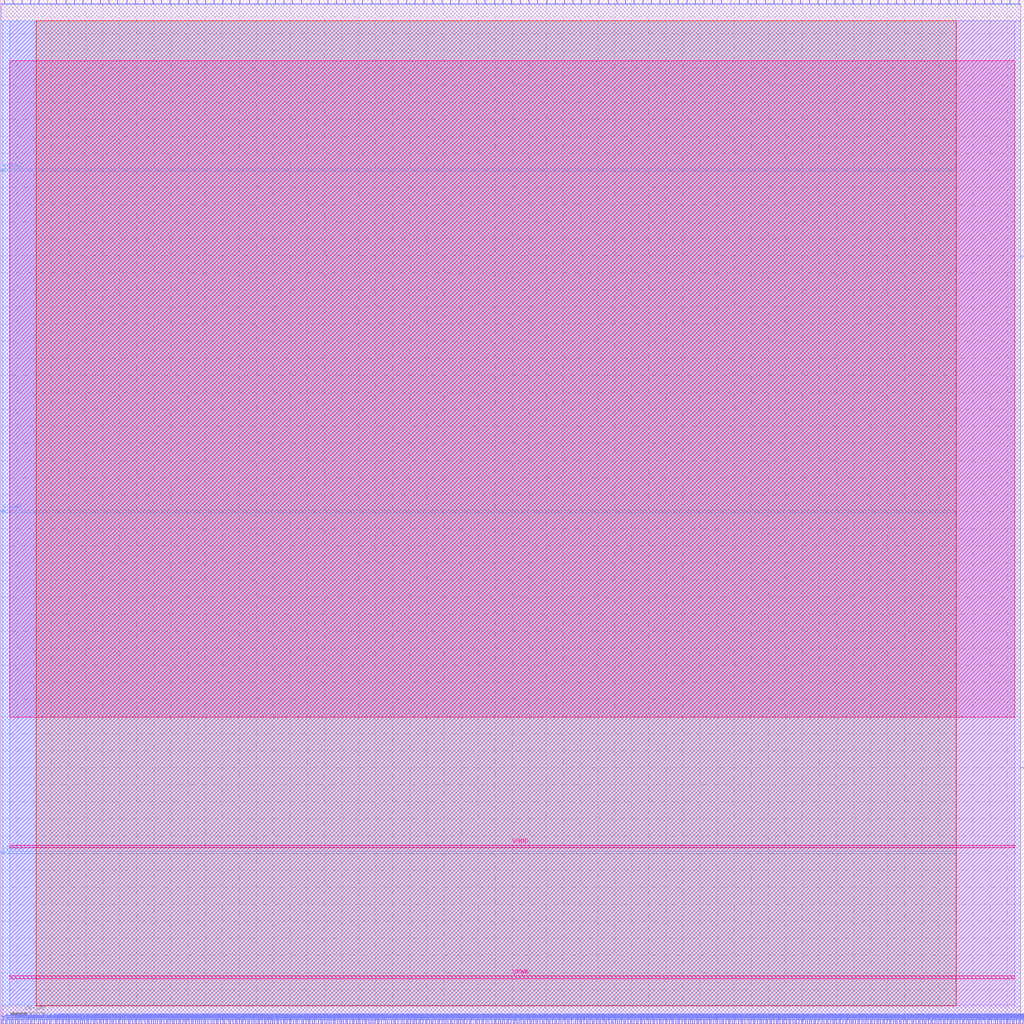
<source format=lef>
VERSION 5.7 ;
  NOWIREEXTENSIONATPIN ON ;
  DIVIDERCHAR "/" ;
  BUSBITCHARS "[]" ;
MACRO user_project_wrapper
  CLASS BLOCK ;
  FOREIGN user_project_wrapper ;
  ORIGIN 0.000 0.000 ;
  SIZE 600.000 BY 600.000 ;
  PIN io_in[0]
    DIRECTION INPUT ;
    PORT
      LAYER met2 ;
        RECT 2.390 597.600 2.670 600.000 ;
    END
  END io_in[0]
  PIN io_in[10]
    DIRECTION INPUT ;
    PORT
      LAYER met2 ;
        RECT 156.030 597.600 156.310 600.000 ;
    END
  END io_in[10]
  PIN io_in[11]
    DIRECTION INPUT ;
    PORT
      LAYER met2 ;
        RECT 171.210 597.600 171.490 600.000 ;
    END
  END io_in[11]
  PIN io_in[12]
    DIRECTION INPUT ;
    PORT
      LAYER met2 ;
        RECT 186.850 597.600 187.130 600.000 ;
    END
  END io_in[12]
  PIN io_in[13]
    DIRECTION INPUT ;
    PORT
      LAYER met2 ;
        RECT 202.030 597.600 202.310 600.000 ;
    END
  END io_in[13]
  PIN io_in[14]
    DIRECTION INPUT ;
    PORT
      LAYER met2 ;
        RECT 217.670 597.600 217.950 600.000 ;
    END
  END io_in[14]
  PIN io_in[15]
    DIRECTION INPUT ;
    PORT
      LAYER met2 ;
        RECT 232.850 597.600 233.130 600.000 ;
    END
  END io_in[15]
  PIN io_in[16]
    DIRECTION INPUT ;
    PORT
      LAYER met2 ;
        RECT 248.030 597.600 248.310 600.000 ;
    END
  END io_in[16]
  PIN io_in[17]
    DIRECTION INPUT ;
    PORT
      LAYER met2 ;
        RECT 263.670 597.600 263.950 600.000 ;
    END
  END io_in[17]
  PIN io_in[18]
    DIRECTION INPUT ;
    PORT
      LAYER met2 ;
        RECT 278.850 597.600 279.130 600.000 ;
    END
  END io_in[18]
  PIN io_in[19]
    DIRECTION INPUT ;
    PORT
      LAYER met2 ;
        RECT 294.490 597.600 294.770 600.000 ;
    END
  END io_in[19]
  PIN io_in[1]
    DIRECTION INPUT ;
    PORT
      LAYER met2 ;
        RECT 17.570 597.600 17.850 600.000 ;
    END
  END io_in[1]
  PIN io_in[20]
    DIRECTION INPUT ;
    PORT
      LAYER met2 ;
        RECT 309.670 597.600 309.950 600.000 ;
    END
  END io_in[20]
  PIN io_in[21]
    DIRECTION INPUT ;
    PORT
      LAYER met2 ;
        RECT 325.310 597.600 325.590 600.000 ;
    END
  END io_in[21]
  PIN io_in[22]
    DIRECTION INPUT ;
    PORT
      LAYER met2 ;
        RECT 340.490 597.600 340.770 600.000 ;
    END
  END io_in[22]
  PIN io_in[23]
    DIRECTION INPUT ;
    PORT
      LAYER met2 ;
        RECT 356.130 597.600 356.410 600.000 ;
    END
  END io_in[23]
  PIN io_in[24]
    DIRECTION INPUT ;
    PORT
      LAYER met2 ;
        RECT 371.310 597.600 371.590 600.000 ;
    END
  END io_in[24]
  PIN io_in[25]
    DIRECTION INPUT ;
    PORT
      LAYER met2 ;
        RECT 386.490 597.600 386.770 600.000 ;
    END
  END io_in[25]
  PIN io_in[26]
    DIRECTION INPUT ;
    PORT
      LAYER met2 ;
        RECT 402.130 597.600 402.410 600.000 ;
    END
  END io_in[26]
  PIN io_in[27]
    DIRECTION INPUT ;
    PORT
      LAYER met2 ;
        RECT 417.310 597.600 417.590 600.000 ;
    END
  END io_in[27]
  PIN io_in[28]
    DIRECTION INPUT ;
    PORT
      LAYER met2 ;
        RECT 432.950 597.600 433.230 600.000 ;
    END
  END io_in[28]
  PIN io_in[29]
    DIRECTION INPUT ;
    PORT
      LAYER met2 ;
        RECT 448.130 597.600 448.410 600.000 ;
    END
  END io_in[29]
  PIN io_in[2]
    DIRECTION INPUT ;
    PORT
      LAYER met2 ;
        RECT 32.750 597.600 33.030 600.000 ;
    END
  END io_in[2]
  PIN io_in[30]
    DIRECTION INPUT ;
    PORT
      LAYER met2 ;
        RECT 463.770 597.600 464.050 600.000 ;
    END
  END io_in[30]
  PIN io_in[31]
    DIRECTION INPUT ;
    PORT
      LAYER met2 ;
        RECT 478.950 597.600 479.230 600.000 ;
    END
  END io_in[31]
  PIN io_in[32]
    DIRECTION INPUT ;
    PORT
      LAYER met2 ;
        RECT 494.130 597.600 494.410 600.000 ;
    END
  END io_in[32]
  PIN io_in[33]
    DIRECTION INPUT ;
    PORT
      LAYER met2 ;
        RECT 509.770 597.600 510.050 600.000 ;
    END
  END io_in[33]
  PIN io_in[34]
    DIRECTION INPUT ;
    PORT
      LAYER met2 ;
        RECT 524.950 597.600 525.230 600.000 ;
    END
  END io_in[34]
  PIN io_in[35]
    DIRECTION INPUT ;
    PORT
      LAYER met2 ;
        RECT 540.590 597.600 540.870 600.000 ;
    END
  END io_in[35]
  PIN io_in[36]
    DIRECTION INPUT ;
    PORT
      LAYER met2 ;
        RECT 555.770 597.600 556.050 600.000 ;
    END
  END io_in[36]
  PIN io_in[37]
    DIRECTION INPUT ;
    PORT
      LAYER met2 ;
        RECT 571.410 597.600 571.690 600.000 ;
    END
  END io_in[37]
  PIN io_in[3]
    DIRECTION INPUT ;
    PORT
      LAYER met2 ;
        RECT 48.390 597.600 48.670 600.000 ;
    END
  END io_in[3]
  PIN io_in[4]
    DIRECTION INPUT ;
    PORT
      LAYER met2 ;
        RECT 63.570 597.600 63.850 600.000 ;
    END
  END io_in[4]
  PIN io_in[5]
    DIRECTION INPUT ;
    PORT
      LAYER met2 ;
        RECT 79.210 597.600 79.490 600.000 ;
    END
  END io_in[5]
  PIN io_in[6]
    DIRECTION INPUT ;
    PORT
      LAYER met2 ;
        RECT 94.390 597.600 94.670 600.000 ;
    END
  END io_in[6]
  PIN io_in[7]
    DIRECTION INPUT ;
    PORT
      LAYER met2 ;
        RECT 110.030 597.600 110.310 600.000 ;
    END
  END io_in[7]
  PIN io_in[8]
    DIRECTION INPUT ;
    PORT
      LAYER met2 ;
        RECT 125.210 597.600 125.490 600.000 ;
    END
  END io_in[8]
  PIN io_in[9]
    DIRECTION INPUT ;
    PORT
      LAYER met2 ;
        RECT 140.390 597.600 140.670 600.000 ;
    END
  END io_in[9]
  PIN io_oeb[0]
    DIRECTION OUTPUT TRISTATE ;
    PORT
      LAYER met2 ;
        RECT 7.450 597.600 7.730 600.000 ;
    END
  END io_oeb[0]
  PIN io_oeb[10]
    DIRECTION OUTPUT TRISTATE ;
    PORT
      LAYER met2 ;
        RECT 161.090 597.600 161.370 600.000 ;
    END
  END io_oeb[10]
  PIN io_oeb[11]
    DIRECTION OUTPUT TRISTATE ;
    PORT
      LAYER met2 ;
        RECT 176.270 597.600 176.550 600.000 ;
    END
  END io_oeb[11]
  PIN io_oeb[12]
    DIRECTION OUTPUT TRISTATE ;
    PORT
      LAYER met2 ;
        RECT 191.910 597.600 192.190 600.000 ;
    END
  END io_oeb[12]
  PIN io_oeb[13]
    DIRECTION OUTPUT TRISTATE ;
    PORT
      LAYER met2 ;
        RECT 207.090 597.600 207.370 600.000 ;
    END
  END io_oeb[13]
  PIN io_oeb[14]
    DIRECTION OUTPUT TRISTATE ;
    PORT
      LAYER met2 ;
        RECT 222.730 597.600 223.010 600.000 ;
    END
  END io_oeb[14]
  PIN io_oeb[15]
    DIRECTION OUTPUT TRISTATE ;
    PORT
      LAYER met2 ;
        RECT 237.910 597.600 238.190 600.000 ;
    END
  END io_oeb[15]
  PIN io_oeb[16]
    DIRECTION OUTPUT TRISTATE ;
    PORT
      LAYER met2 ;
        RECT 253.550 597.600 253.830 600.000 ;
    END
  END io_oeb[16]
  PIN io_oeb[17]
    DIRECTION OUTPUT TRISTATE ;
    PORT
      LAYER met2 ;
        RECT 268.730 597.600 269.010 600.000 ;
    END
  END io_oeb[17]
  PIN io_oeb[18]
    DIRECTION OUTPUT TRISTATE ;
    PORT
      LAYER met2 ;
        RECT 283.910 597.600 284.190 600.000 ;
    END
  END io_oeb[18]
  PIN io_oeb[19]
    DIRECTION OUTPUT TRISTATE ;
    PORT
      LAYER met2 ;
        RECT 299.550 597.600 299.830 600.000 ;
    END
  END io_oeb[19]
  PIN io_oeb[1]
    DIRECTION OUTPUT TRISTATE ;
    PORT
      LAYER met2 ;
        RECT 22.630 597.600 22.910 600.000 ;
    END
  END io_oeb[1]
  PIN io_oeb[20]
    DIRECTION OUTPUT TRISTATE ;
    PORT
      LAYER met2 ;
        RECT 314.730 597.600 315.010 600.000 ;
    END
  END io_oeb[20]
  PIN io_oeb[21]
    DIRECTION OUTPUT TRISTATE ;
    PORT
      LAYER met2 ;
        RECT 330.370 597.600 330.650 600.000 ;
    END
  END io_oeb[21]
  PIN io_oeb[22]
    DIRECTION OUTPUT TRISTATE ;
    PORT
      LAYER met2 ;
        RECT 345.550 597.600 345.830 600.000 ;
    END
  END io_oeb[22]
  PIN io_oeb[23]
    DIRECTION OUTPUT TRISTATE ;
    PORT
      LAYER met2 ;
        RECT 361.190 597.600 361.470 600.000 ;
    END
  END io_oeb[23]
  PIN io_oeb[24]
    DIRECTION OUTPUT TRISTATE ;
    PORT
      LAYER met2 ;
        RECT 376.370 597.600 376.650 600.000 ;
    END
  END io_oeb[24]
  PIN io_oeb[25]
    DIRECTION OUTPUT TRISTATE ;
    PORT
      LAYER met2 ;
        RECT 392.010 597.600 392.290 600.000 ;
    END
  END io_oeb[25]
  PIN io_oeb[26]
    DIRECTION OUTPUT TRISTATE ;
    PORT
      LAYER met2 ;
        RECT 407.190 597.600 407.470 600.000 ;
    END
  END io_oeb[26]
  PIN io_oeb[27]
    DIRECTION OUTPUT TRISTATE ;
    PORT
      LAYER met2 ;
        RECT 422.370 597.600 422.650 600.000 ;
    END
  END io_oeb[27]
  PIN io_oeb[28]
    DIRECTION OUTPUT TRISTATE ;
    PORT
      LAYER met2 ;
        RECT 438.010 597.600 438.290 600.000 ;
    END
  END io_oeb[28]
  PIN io_oeb[29]
    DIRECTION OUTPUT TRISTATE ;
    PORT
      LAYER met2 ;
        RECT 453.190 597.600 453.470 600.000 ;
    END
  END io_oeb[29]
  PIN io_oeb[2]
    DIRECTION OUTPUT TRISTATE ;
    PORT
      LAYER met2 ;
        RECT 38.270 597.600 38.550 600.000 ;
    END
  END io_oeb[2]
  PIN io_oeb[30]
    DIRECTION OUTPUT TRISTATE ;
    PORT
      LAYER met2 ;
        RECT 468.830 597.600 469.110 600.000 ;
    END
  END io_oeb[30]
  PIN io_oeb[31]
    DIRECTION OUTPUT TRISTATE ;
    PORT
      LAYER met2 ;
        RECT 484.010 597.600 484.290 600.000 ;
    END
  END io_oeb[31]
  PIN io_oeb[32]
    DIRECTION OUTPUT TRISTATE ;
    PORT
      LAYER met2 ;
        RECT 499.650 597.600 499.930 600.000 ;
    END
  END io_oeb[32]
  PIN io_oeb[33]
    DIRECTION OUTPUT TRISTATE ;
    PORT
      LAYER met2 ;
        RECT 514.830 597.600 515.110 600.000 ;
    END
  END io_oeb[33]
  PIN io_oeb[34]
    DIRECTION OUTPUT TRISTATE ;
    PORT
      LAYER met2 ;
        RECT 530.010 597.600 530.290 600.000 ;
    END
  END io_oeb[34]
  PIN io_oeb[35]
    DIRECTION OUTPUT TRISTATE ;
    PORT
      LAYER met2 ;
        RECT 545.650 597.600 545.930 600.000 ;
    END
  END io_oeb[35]
  PIN io_oeb[36]
    DIRECTION OUTPUT TRISTATE ;
    PORT
      LAYER met2 ;
        RECT 560.830 597.600 561.110 600.000 ;
    END
  END io_oeb[36]
  PIN io_oeb[37]
    DIRECTION OUTPUT TRISTATE ;
    PORT
      LAYER met2 ;
        RECT 576.470 597.600 576.750 600.000 ;
    END
  END io_oeb[37]
  PIN io_oeb[3]
    DIRECTION OUTPUT TRISTATE ;
    PORT
      LAYER met2 ;
        RECT 53.450 597.600 53.730 600.000 ;
    END
  END io_oeb[3]
  PIN io_oeb[4]
    DIRECTION OUTPUT TRISTATE ;
    PORT
      LAYER met2 ;
        RECT 68.630 597.600 68.910 600.000 ;
    END
  END io_oeb[4]
  PIN io_oeb[5]
    DIRECTION OUTPUT TRISTATE ;
    PORT
      LAYER met2 ;
        RECT 84.270 597.600 84.550 600.000 ;
    END
  END io_oeb[5]
  PIN io_oeb[6]
    DIRECTION OUTPUT TRISTATE ;
    PORT
      LAYER met2 ;
        RECT 99.450 597.600 99.730 600.000 ;
    END
  END io_oeb[6]
  PIN io_oeb[7]
    DIRECTION OUTPUT TRISTATE ;
    PORT
      LAYER met2 ;
        RECT 115.090 597.600 115.370 600.000 ;
    END
  END io_oeb[7]
  PIN io_oeb[8]
    DIRECTION OUTPUT TRISTATE ;
    PORT
      LAYER met2 ;
        RECT 130.270 597.600 130.550 600.000 ;
    END
  END io_oeb[8]
  PIN io_oeb[9]
    DIRECTION OUTPUT TRISTATE ;
    PORT
      LAYER met2 ;
        RECT 145.910 597.600 146.190 600.000 ;
    END
  END io_oeb[9]
  PIN io_out[0]
    DIRECTION OUTPUT TRISTATE ;
    PORT
      LAYER met2 ;
        RECT 12.510 597.600 12.790 600.000 ;
    END
  END io_out[0]
  PIN io_out[10]
    DIRECTION OUTPUT TRISTATE ;
    PORT
      LAYER met2 ;
        RECT 166.150 597.600 166.430 600.000 ;
    END
  END io_out[10]
  PIN io_out[11]
    DIRECTION OUTPUT TRISTATE ;
    PORT
      LAYER met2 ;
        RECT 181.790 597.600 182.070 600.000 ;
    END
  END io_out[11]
  PIN io_out[12]
    DIRECTION OUTPUT TRISTATE ;
    PORT
      LAYER met2 ;
        RECT 196.970 597.600 197.250 600.000 ;
    END
  END io_out[12]
  PIN io_out[13]
    DIRECTION OUTPUT TRISTATE ;
    PORT
      LAYER met2 ;
        RECT 212.150 597.600 212.430 600.000 ;
    END
  END io_out[13]
  PIN io_out[14]
    DIRECTION OUTPUT TRISTATE ;
    PORT
      LAYER met2 ;
        RECT 227.790 597.600 228.070 600.000 ;
    END
  END io_out[14]
  PIN io_out[15]
    DIRECTION OUTPUT TRISTATE ;
    PORT
      LAYER met2 ;
        RECT 242.970 597.600 243.250 600.000 ;
    END
  END io_out[15]
  PIN io_out[16]
    DIRECTION OUTPUT TRISTATE ;
    PORT
      LAYER met2 ;
        RECT 258.610 597.600 258.890 600.000 ;
    END
  END io_out[16]
  PIN io_out[17]
    DIRECTION OUTPUT TRISTATE ;
    PORT
      LAYER met2 ;
        RECT 273.790 597.600 274.070 600.000 ;
    END
  END io_out[17]
  PIN io_out[18]
    DIRECTION OUTPUT TRISTATE ;
    PORT
      LAYER met2 ;
        RECT 289.430 597.600 289.710 600.000 ;
    END
  END io_out[18]
  PIN io_out[19]
    DIRECTION OUTPUT TRISTATE ;
    PORT
      LAYER met2 ;
        RECT 304.610 597.600 304.890 600.000 ;
    END
  END io_out[19]
  PIN io_out[1]
    DIRECTION OUTPUT TRISTATE ;
    PORT
      LAYER met2 ;
        RECT 27.690 597.600 27.970 600.000 ;
    END
  END io_out[1]
  PIN io_out[20]
    DIRECTION OUTPUT TRISTATE ;
    PORT
      LAYER met2 ;
        RECT 320.250 597.600 320.530 600.000 ;
    END
  END io_out[20]
  PIN io_out[21]
    DIRECTION OUTPUT TRISTATE ;
    PORT
      LAYER met2 ;
        RECT 335.430 597.600 335.710 600.000 ;
    END
  END io_out[21]
  PIN io_out[22]
    DIRECTION OUTPUT TRISTATE ;
    PORT
      LAYER met2 ;
        RECT 350.610 597.600 350.890 600.000 ;
    END
  END io_out[22]
  PIN io_out[23]
    DIRECTION OUTPUT TRISTATE ;
    PORT
      LAYER met2 ;
        RECT 366.250 597.600 366.530 600.000 ;
    END
  END io_out[23]
  PIN io_out[24]
    DIRECTION OUTPUT TRISTATE ;
    PORT
      LAYER met2 ;
        RECT 381.430 597.600 381.710 600.000 ;
    END
  END io_out[24]
  PIN io_out[25]
    DIRECTION OUTPUT TRISTATE ;
    PORT
      LAYER met2 ;
        RECT 397.070 597.600 397.350 600.000 ;
    END
  END io_out[25]
  PIN io_out[26]
    DIRECTION OUTPUT TRISTATE ;
    PORT
      LAYER met2 ;
        RECT 412.250 597.600 412.530 600.000 ;
    END
  END io_out[26]
  PIN io_out[27]
    DIRECTION OUTPUT TRISTATE ;
    PORT
      LAYER met2 ;
        RECT 427.890 597.600 428.170 600.000 ;
    END
  END io_out[27]
  PIN io_out[28]
    DIRECTION OUTPUT TRISTATE ;
    PORT
      LAYER met2 ;
        RECT 443.070 597.600 443.350 600.000 ;
    END
  END io_out[28]
  PIN io_out[29]
    DIRECTION OUTPUT TRISTATE ;
    PORT
      LAYER met2 ;
        RECT 458.250 597.600 458.530 600.000 ;
    END
  END io_out[29]
  PIN io_out[2]
    DIRECTION OUTPUT TRISTATE ;
    PORT
      LAYER met2 ;
        RECT 43.330 597.600 43.610 600.000 ;
    END
  END io_out[2]
  PIN io_out[30]
    DIRECTION OUTPUT TRISTATE ;
    PORT
      LAYER met2 ;
        RECT 473.890 597.600 474.170 600.000 ;
    END
  END io_out[30]
  PIN io_out[31]
    DIRECTION OUTPUT TRISTATE ;
    PORT
      LAYER met2 ;
        RECT 489.070 597.600 489.350 600.000 ;
    END
  END io_out[31]
  PIN io_out[32]
    DIRECTION OUTPUT TRISTATE ;
    PORT
      LAYER met2 ;
        RECT 504.710 597.600 504.990 600.000 ;
    END
  END io_out[32]
  PIN io_out[33]
    DIRECTION OUTPUT TRISTATE ;
    PORT
      LAYER met2 ;
        RECT 519.890 597.600 520.170 600.000 ;
    END
  END io_out[33]
  PIN io_out[34]
    DIRECTION OUTPUT TRISTATE ;
    PORT
      LAYER met2 ;
        RECT 535.530 597.600 535.810 600.000 ;
    END
  END io_out[34]
  PIN io_out[35]
    DIRECTION OUTPUT TRISTATE ;
    PORT
      LAYER met2 ;
        RECT 550.710 597.600 550.990 600.000 ;
    END
  END io_out[35]
  PIN io_out[36]
    DIRECTION OUTPUT TRISTATE ;
    PORT
      LAYER met2 ;
        RECT 565.890 597.600 566.170 600.000 ;
    END
  END io_out[36]
  PIN io_out[37]
    DIRECTION OUTPUT TRISTATE ;
    PORT
      LAYER met2 ;
        RECT 581.530 597.600 581.810 600.000 ;
    END
  END io_out[37]
  PIN io_out[3]
    DIRECTION OUTPUT TRISTATE ;
    PORT
      LAYER met2 ;
        RECT 58.510 597.600 58.790 600.000 ;
    END
  END io_out[3]
  PIN io_out[4]
    DIRECTION OUTPUT TRISTATE ;
    PORT
      LAYER met2 ;
        RECT 74.150 597.600 74.430 600.000 ;
    END
  END io_out[4]
  PIN io_out[5]
    DIRECTION OUTPUT TRISTATE ;
    PORT
      LAYER met2 ;
        RECT 89.330 597.600 89.610 600.000 ;
    END
  END io_out[5]
  PIN io_out[6]
    DIRECTION OUTPUT TRISTATE ;
    PORT
      LAYER met2 ;
        RECT 104.510 597.600 104.790 600.000 ;
    END
  END io_out[6]
  PIN io_out[7]
    DIRECTION OUTPUT TRISTATE ;
    PORT
      LAYER met2 ;
        RECT 120.150 597.600 120.430 600.000 ;
    END
  END io_out[7]
  PIN io_out[8]
    DIRECTION OUTPUT TRISTATE ;
    PORT
      LAYER met2 ;
        RECT 135.330 597.600 135.610 600.000 ;
    END
  END io_out[8]
  PIN io_out[9]
    DIRECTION OUTPUT TRISTATE ;
    PORT
      LAYER met2 ;
        RECT 150.970 597.600 151.250 600.000 ;
    END
  END io_out[9]
  PIN la_data_in[0]
    DIRECTION INPUT ;
    PORT
      LAYER met2 ;
        RECT 130.270 0.000 130.550 2.400 ;
    END
  END la_data_in[0]
  PIN la_data_in[100]
    DIRECTION INPUT ;
    PORT
      LAYER met2 ;
        RECT 497.350 0.000 497.630 2.400 ;
    END
  END la_data_in[100]
  PIN la_data_in[101]
    DIRECTION INPUT ;
    PORT
      LAYER met2 ;
        RECT 501.030 0.000 501.310 2.400 ;
    END
  END la_data_in[101]
  PIN la_data_in[102]
    DIRECTION INPUT ;
    PORT
      LAYER met2 ;
        RECT 504.710 0.000 504.990 2.400 ;
    END
  END la_data_in[102]
  PIN la_data_in[103]
    DIRECTION INPUT ;
    PORT
      LAYER met2 ;
        RECT 508.390 0.000 508.670 2.400 ;
    END
  END la_data_in[103]
  PIN la_data_in[104]
    DIRECTION INPUT ;
    PORT
      LAYER met2 ;
        RECT 512.070 0.000 512.350 2.400 ;
    END
  END la_data_in[104]
  PIN la_data_in[105]
    DIRECTION INPUT ;
    PORT
      LAYER met2 ;
        RECT 515.750 0.000 516.030 2.400 ;
    END
  END la_data_in[105]
  PIN la_data_in[106]
    DIRECTION INPUT ;
    PORT
      LAYER met2 ;
        RECT 519.430 0.000 519.710 2.400 ;
    END
  END la_data_in[106]
  PIN la_data_in[107]
    DIRECTION INPUT ;
    PORT
      LAYER met2 ;
        RECT 523.110 0.000 523.390 2.400 ;
    END
  END la_data_in[107]
  PIN la_data_in[108]
    DIRECTION INPUT ;
    PORT
      LAYER met2 ;
        RECT 526.790 0.000 527.070 2.400 ;
    END
  END la_data_in[108]
  PIN la_data_in[109]
    DIRECTION INPUT ;
    PORT
      LAYER met2 ;
        RECT 530.470 0.000 530.750 2.400 ;
    END
  END la_data_in[109]
  PIN la_data_in[10]
    DIRECTION INPUT ;
    PORT
      LAYER met2 ;
        RECT 166.610 0.000 166.890 2.400 ;
    END
  END la_data_in[10]
  PIN la_data_in[110]
    DIRECTION INPUT ;
    PORT
      LAYER met2 ;
        RECT 534.150 0.000 534.430 2.400 ;
    END
  END la_data_in[110]
  PIN la_data_in[111]
    DIRECTION INPUT ;
    PORT
      LAYER met2 ;
        RECT 537.830 0.000 538.110 2.400 ;
    END
  END la_data_in[111]
  PIN la_data_in[112]
    DIRECTION INPUT ;
    PORT
      LAYER met2 ;
        RECT 541.510 0.000 541.790 2.400 ;
    END
  END la_data_in[112]
  PIN la_data_in[113]
    DIRECTION INPUT ;
    PORT
      LAYER met2 ;
        RECT 545.190 0.000 545.470 2.400 ;
    END
  END la_data_in[113]
  PIN la_data_in[114]
    DIRECTION INPUT ;
    PORT
      LAYER met2 ;
        RECT 548.870 0.000 549.150 2.400 ;
    END
  END la_data_in[114]
  PIN la_data_in[115]
    DIRECTION INPUT ;
    PORT
      LAYER met2 ;
        RECT 552.550 0.000 552.830 2.400 ;
    END
  END la_data_in[115]
  PIN la_data_in[116]
    DIRECTION INPUT ;
    PORT
      LAYER met2 ;
        RECT 556.230 0.000 556.510 2.400 ;
    END
  END la_data_in[116]
  PIN la_data_in[117]
    DIRECTION INPUT ;
    PORT
      LAYER met2 ;
        RECT 559.910 0.000 560.190 2.400 ;
    END
  END la_data_in[117]
  PIN la_data_in[118]
    DIRECTION INPUT ;
    PORT
      LAYER met2 ;
        RECT 563.590 0.000 563.870 2.400 ;
    END
  END la_data_in[118]
  PIN la_data_in[119]
    DIRECTION INPUT ;
    PORT
      LAYER met2 ;
        RECT 567.270 0.000 567.550 2.400 ;
    END
  END la_data_in[119]
  PIN la_data_in[11]
    DIRECTION INPUT ;
    PORT
      LAYER met2 ;
        RECT 170.290 0.000 170.570 2.400 ;
    END
  END la_data_in[11]
  PIN la_data_in[120]
    DIRECTION INPUT ;
    PORT
      LAYER met2 ;
        RECT 570.950 0.000 571.230 2.400 ;
    END
  END la_data_in[120]
  PIN la_data_in[121]
    DIRECTION INPUT ;
    PORT
      LAYER met2 ;
        RECT 574.630 0.000 574.910 2.400 ;
    END
  END la_data_in[121]
  PIN la_data_in[122]
    DIRECTION INPUT ;
    PORT
      LAYER met2 ;
        RECT 578.310 0.000 578.590 2.400 ;
    END
  END la_data_in[122]
  PIN la_data_in[123]
    DIRECTION INPUT ;
    PORT
      LAYER met2 ;
        RECT 581.990 0.000 582.270 2.400 ;
    END
  END la_data_in[123]
  PIN la_data_in[124]
    DIRECTION INPUT ;
    PORT
      LAYER met2 ;
        RECT 585.670 0.000 585.950 2.400 ;
    END
  END la_data_in[124]
  PIN la_data_in[125]
    DIRECTION INPUT ;
    PORT
      LAYER met2 ;
        RECT 589.350 0.000 589.630 2.400 ;
    END
  END la_data_in[125]
  PIN la_data_in[126]
    DIRECTION INPUT ;
    PORT
      LAYER met2 ;
        RECT 593.030 0.000 593.310 2.400 ;
    END
  END la_data_in[126]
  PIN la_data_in[127]
    DIRECTION INPUT ;
    PORT
      LAYER met2 ;
        RECT 596.710 0.000 596.990 2.400 ;
    END
  END la_data_in[127]
  PIN la_data_in[12]
    DIRECTION INPUT ;
    PORT
      LAYER met2 ;
        RECT 173.970 0.000 174.250 2.400 ;
    END
  END la_data_in[12]
  PIN la_data_in[13]
    DIRECTION INPUT ;
    PORT
      LAYER met2 ;
        RECT 177.650 0.000 177.930 2.400 ;
    END
  END la_data_in[13]
  PIN la_data_in[14]
    DIRECTION INPUT ;
    PORT
      LAYER met2 ;
        RECT 181.330 0.000 181.610 2.400 ;
    END
  END la_data_in[14]
  PIN la_data_in[15]
    DIRECTION INPUT ;
    PORT
      LAYER met2 ;
        RECT 185.010 0.000 185.290 2.400 ;
    END
  END la_data_in[15]
  PIN la_data_in[16]
    DIRECTION INPUT ;
    PORT
      LAYER met2 ;
        RECT 188.690 0.000 188.970 2.400 ;
    END
  END la_data_in[16]
  PIN la_data_in[17]
    DIRECTION INPUT ;
    PORT
      LAYER met2 ;
        RECT 192.370 0.000 192.650 2.400 ;
    END
  END la_data_in[17]
  PIN la_data_in[18]
    DIRECTION INPUT ;
    PORT
      LAYER met2 ;
        RECT 196.050 0.000 196.330 2.400 ;
    END
  END la_data_in[18]
  PIN la_data_in[19]
    DIRECTION INPUT ;
    PORT
      LAYER met2 ;
        RECT 199.730 0.000 200.010 2.400 ;
    END
  END la_data_in[19]
  PIN la_data_in[1]
    DIRECTION INPUT ;
    PORT
      LAYER met2 ;
        RECT 133.950 0.000 134.230 2.400 ;
    END
  END la_data_in[1]
  PIN la_data_in[20]
    DIRECTION INPUT ;
    PORT
      LAYER met2 ;
        RECT 203.410 0.000 203.690 2.400 ;
    END
  END la_data_in[20]
  PIN la_data_in[21]
    DIRECTION INPUT ;
    PORT
      LAYER met2 ;
        RECT 207.090 0.000 207.370 2.400 ;
    END
  END la_data_in[21]
  PIN la_data_in[22]
    DIRECTION INPUT ;
    PORT
      LAYER met2 ;
        RECT 210.770 0.000 211.050 2.400 ;
    END
  END la_data_in[22]
  PIN la_data_in[23]
    DIRECTION INPUT ;
    PORT
      LAYER met2 ;
        RECT 214.450 0.000 214.730 2.400 ;
    END
  END la_data_in[23]
  PIN la_data_in[24]
    DIRECTION INPUT ;
    PORT
      LAYER met2 ;
        RECT 218.130 0.000 218.410 2.400 ;
    END
  END la_data_in[24]
  PIN la_data_in[25]
    DIRECTION INPUT ;
    PORT
      LAYER met2 ;
        RECT 221.810 0.000 222.090 2.400 ;
    END
  END la_data_in[25]
  PIN la_data_in[26]
    DIRECTION INPUT ;
    PORT
      LAYER met2 ;
        RECT 225.490 0.000 225.770 2.400 ;
    END
  END la_data_in[26]
  PIN la_data_in[27]
    DIRECTION INPUT ;
    PORT
      LAYER met2 ;
        RECT 229.170 0.000 229.450 2.400 ;
    END
  END la_data_in[27]
  PIN la_data_in[28]
    DIRECTION INPUT ;
    PORT
      LAYER met2 ;
        RECT 232.850 0.000 233.130 2.400 ;
    END
  END la_data_in[28]
  PIN la_data_in[29]
    DIRECTION INPUT ;
    PORT
      LAYER met2 ;
        RECT 236.530 0.000 236.810 2.400 ;
    END
  END la_data_in[29]
  PIN la_data_in[2]
    DIRECTION INPUT ;
    PORT
      LAYER met2 ;
        RECT 137.630 0.000 137.910 2.400 ;
    END
  END la_data_in[2]
  PIN la_data_in[30]
    DIRECTION INPUT ;
    PORT
      LAYER met2 ;
        RECT 240.210 0.000 240.490 2.400 ;
    END
  END la_data_in[30]
  PIN la_data_in[31]
    DIRECTION INPUT ;
    PORT
      LAYER met2 ;
        RECT 243.890 0.000 244.170 2.400 ;
    END
  END la_data_in[31]
  PIN la_data_in[32]
    DIRECTION INPUT ;
    PORT
      LAYER met2 ;
        RECT 247.570 0.000 247.850 2.400 ;
    END
  END la_data_in[32]
  PIN la_data_in[33]
    DIRECTION INPUT ;
    PORT
      LAYER met2 ;
        RECT 251.250 0.000 251.530 2.400 ;
    END
  END la_data_in[33]
  PIN la_data_in[34]
    DIRECTION INPUT ;
    PORT
      LAYER met2 ;
        RECT 254.930 0.000 255.210 2.400 ;
    END
  END la_data_in[34]
  PIN la_data_in[35]
    DIRECTION INPUT ;
    PORT
      LAYER met2 ;
        RECT 258.610 0.000 258.890 2.400 ;
    END
  END la_data_in[35]
  PIN la_data_in[36]
    DIRECTION INPUT ;
    PORT
      LAYER met2 ;
        RECT 262.290 0.000 262.570 2.400 ;
    END
  END la_data_in[36]
  PIN la_data_in[37]
    DIRECTION INPUT ;
    PORT
      LAYER met2 ;
        RECT 265.970 0.000 266.250 2.400 ;
    END
  END la_data_in[37]
  PIN la_data_in[38]
    DIRECTION INPUT ;
    PORT
      LAYER met2 ;
        RECT 269.650 0.000 269.930 2.400 ;
    END
  END la_data_in[38]
  PIN la_data_in[39]
    DIRECTION INPUT ;
    PORT
      LAYER met2 ;
        RECT 273.330 0.000 273.610 2.400 ;
    END
  END la_data_in[39]
  PIN la_data_in[3]
    DIRECTION INPUT ;
    PORT
      LAYER met2 ;
        RECT 141.310 0.000 141.590 2.400 ;
    END
  END la_data_in[3]
  PIN la_data_in[40]
    DIRECTION INPUT ;
    PORT
      LAYER met2 ;
        RECT 277.010 0.000 277.290 2.400 ;
    END
  END la_data_in[40]
  PIN la_data_in[41]
    DIRECTION INPUT ;
    PORT
      LAYER met2 ;
        RECT 280.690 0.000 280.970 2.400 ;
    END
  END la_data_in[41]
  PIN la_data_in[42]
    DIRECTION INPUT ;
    PORT
      LAYER met2 ;
        RECT 284.370 0.000 284.650 2.400 ;
    END
  END la_data_in[42]
  PIN la_data_in[43]
    DIRECTION INPUT ;
    PORT
      LAYER met2 ;
        RECT 288.050 0.000 288.330 2.400 ;
    END
  END la_data_in[43]
  PIN la_data_in[44]
    DIRECTION INPUT ;
    PORT
      LAYER met2 ;
        RECT 291.730 0.000 292.010 2.400 ;
    END
  END la_data_in[44]
  PIN la_data_in[45]
    DIRECTION INPUT ;
    PORT
      LAYER met2 ;
        RECT 295.410 0.000 295.690 2.400 ;
    END
  END la_data_in[45]
  PIN la_data_in[46]
    DIRECTION INPUT ;
    PORT
      LAYER met2 ;
        RECT 299.090 0.000 299.370 2.400 ;
    END
  END la_data_in[46]
  PIN la_data_in[47]
    DIRECTION INPUT ;
    PORT
      LAYER met2 ;
        RECT 302.770 0.000 303.050 2.400 ;
    END
  END la_data_in[47]
  PIN la_data_in[48]
    DIRECTION INPUT ;
    PORT
      LAYER met2 ;
        RECT 306.450 0.000 306.730 2.400 ;
    END
  END la_data_in[48]
  PIN la_data_in[49]
    DIRECTION INPUT ;
    PORT
      LAYER met2 ;
        RECT 310.130 0.000 310.410 2.400 ;
    END
  END la_data_in[49]
  PIN la_data_in[4]
    DIRECTION INPUT ;
    PORT
      LAYER met2 ;
        RECT 144.990 0.000 145.270 2.400 ;
    END
  END la_data_in[4]
  PIN la_data_in[50]
    DIRECTION INPUT ;
    PORT
      LAYER met2 ;
        RECT 313.810 0.000 314.090 2.400 ;
    END
  END la_data_in[50]
  PIN la_data_in[51]
    DIRECTION INPUT ;
    PORT
      LAYER met2 ;
        RECT 317.490 0.000 317.770 2.400 ;
    END
  END la_data_in[51]
  PIN la_data_in[52]
    DIRECTION INPUT ;
    PORT
      LAYER met2 ;
        RECT 321.170 0.000 321.450 2.400 ;
    END
  END la_data_in[52]
  PIN la_data_in[53]
    DIRECTION INPUT ;
    PORT
      LAYER met2 ;
        RECT 324.850 0.000 325.130 2.400 ;
    END
  END la_data_in[53]
  PIN la_data_in[54]
    DIRECTION INPUT ;
    PORT
      LAYER met2 ;
        RECT 328.530 0.000 328.810 2.400 ;
    END
  END la_data_in[54]
  PIN la_data_in[55]
    DIRECTION INPUT ;
    PORT
      LAYER met2 ;
        RECT 332.210 0.000 332.490 2.400 ;
    END
  END la_data_in[55]
  PIN la_data_in[56]
    DIRECTION INPUT ;
    PORT
      LAYER met2 ;
        RECT 335.890 0.000 336.170 2.400 ;
    END
  END la_data_in[56]
  PIN la_data_in[57]
    DIRECTION INPUT ;
    PORT
      LAYER met2 ;
        RECT 339.570 0.000 339.850 2.400 ;
    END
  END la_data_in[57]
  PIN la_data_in[58]
    DIRECTION INPUT ;
    PORT
      LAYER met2 ;
        RECT 343.250 0.000 343.530 2.400 ;
    END
  END la_data_in[58]
  PIN la_data_in[59]
    DIRECTION INPUT ;
    PORT
      LAYER met2 ;
        RECT 346.930 0.000 347.210 2.400 ;
    END
  END la_data_in[59]
  PIN la_data_in[5]
    DIRECTION INPUT ;
    PORT
      LAYER met2 ;
        RECT 148.670 0.000 148.950 2.400 ;
    END
  END la_data_in[5]
  PIN la_data_in[60]
    DIRECTION INPUT ;
    PORT
      LAYER met2 ;
        RECT 350.610 0.000 350.890 2.400 ;
    END
  END la_data_in[60]
  PIN la_data_in[61]
    DIRECTION INPUT ;
    PORT
      LAYER met2 ;
        RECT 354.290 0.000 354.570 2.400 ;
    END
  END la_data_in[61]
  PIN la_data_in[62]
    DIRECTION INPUT ;
    PORT
      LAYER met2 ;
        RECT 357.970 0.000 358.250 2.400 ;
    END
  END la_data_in[62]
  PIN la_data_in[63]
    DIRECTION INPUT ;
    PORT
      LAYER met2 ;
        RECT 361.650 0.000 361.930 2.400 ;
    END
  END la_data_in[63]
  PIN la_data_in[64]
    DIRECTION INPUT ;
    PORT
      LAYER met2 ;
        RECT 365.330 0.000 365.610 2.400 ;
    END
  END la_data_in[64]
  PIN la_data_in[65]
    DIRECTION INPUT ;
    PORT
      LAYER met2 ;
        RECT 369.010 0.000 369.290 2.400 ;
    END
  END la_data_in[65]
  PIN la_data_in[66]
    DIRECTION INPUT ;
    PORT
      LAYER met2 ;
        RECT 372.690 0.000 372.970 2.400 ;
    END
  END la_data_in[66]
  PIN la_data_in[67]
    DIRECTION INPUT ;
    PORT
      LAYER met2 ;
        RECT 375.910 0.000 376.190 2.400 ;
    END
  END la_data_in[67]
  PIN la_data_in[68]
    DIRECTION INPUT ;
    PORT
      LAYER met2 ;
        RECT 379.590 0.000 379.870 2.400 ;
    END
  END la_data_in[68]
  PIN la_data_in[69]
    DIRECTION INPUT ;
    PORT
      LAYER met2 ;
        RECT 383.270 0.000 383.550 2.400 ;
    END
  END la_data_in[69]
  PIN la_data_in[6]
    DIRECTION INPUT ;
    PORT
      LAYER met2 ;
        RECT 151.890 0.000 152.170 2.400 ;
    END
  END la_data_in[6]
  PIN la_data_in[70]
    DIRECTION INPUT ;
    PORT
      LAYER met2 ;
        RECT 386.950 0.000 387.230 2.400 ;
    END
  END la_data_in[70]
  PIN la_data_in[71]
    DIRECTION INPUT ;
    PORT
      LAYER met2 ;
        RECT 390.630 0.000 390.910 2.400 ;
    END
  END la_data_in[71]
  PIN la_data_in[72]
    DIRECTION INPUT ;
    PORT
      LAYER met2 ;
        RECT 394.310 0.000 394.590 2.400 ;
    END
  END la_data_in[72]
  PIN la_data_in[73]
    DIRECTION INPUT ;
    PORT
      LAYER met2 ;
        RECT 397.990 0.000 398.270 2.400 ;
    END
  END la_data_in[73]
  PIN la_data_in[74]
    DIRECTION INPUT ;
    PORT
      LAYER met2 ;
        RECT 401.670 0.000 401.950 2.400 ;
    END
  END la_data_in[74]
  PIN la_data_in[75]
    DIRECTION INPUT ;
    PORT
      LAYER met2 ;
        RECT 405.350 0.000 405.630 2.400 ;
    END
  END la_data_in[75]
  PIN la_data_in[76]
    DIRECTION INPUT ;
    PORT
      LAYER met2 ;
        RECT 409.030 0.000 409.310 2.400 ;
    END
  END la_data_in[76]
  PIN la_data_in[77]
    DIRECTION INPUT ;
    PORT
      LAYER met2 ;
        RECT 412.710 0.000 412.990 2.400 ;
    END
  END la_data_in[77]
  PIN la_data_in[78]
    DIRECTION INPUT ;
    PORT
      LAYER met2 ;
        RECT 416.390 0.000 416.670 2.400 ;
    END
  END la_data_in[78]
  PIN la_data_in[79]
    DIRECTION INPUT ;
    PORT
      LAYER met2 ;
        RECT 420.070 0.000 420.350 2.400 ;
    END
  END la_data_in[79]
  PIN la_data_in[7]
    DIRECTION INPUT ;
    PORT
      LAYER met2 ;
        RECT 155.570 0.000 155.850 2.400 ;
    END
  END la_data_in[7]
  PIN la_data_in[80]
    DIRECTION INPUT ;
    PORT
      LAYER met2 ;
        RECT 423.750 0.000 424.030 2.400 ;
    END
  END la_data_in[80]
  PIN la_data_in[81]
    DIRECTION INPUT ;
    PORT
      LAYER met2 ;
        RECT 427.430 0.000 427.710 2.400 ;
    END
  END la_data_in[81]
  PIN la_data_in[82]
    DIRECTION INPUT ;
    PORT
      LAYER met2 ;
        RECT 431.110 0.000 431.390 2.400 ;
    END
  END la_data_in[82]
  PIN la_data_in[83]
    DIRECTION INPUT ;
    PORT
      LAYER met2 ;
        RECT 434.790 0.000 435.070 2.400 ;
    END
  END la_data_in[83]
  PIN la_data_in[84]
    DIRECTION INPUT ;
    PORT
      LAYER met2 ;
        RECT 438.470 0.000 438.750 2.400 ;
    END
  END la_data_in[84]
  PIN la_data_in[85]
    DIRECTION INPUT ;
    PORT
      LAYER met2 ;
        RECT 442.150 0.000 442.430 2.400 ;
    END
  END la_data_in[85]
  PIN la_data_in[86]
    DIRECTION INPUT ;
    PORT
      LAYER met2 ;
        RECT 445.830 0.000 446.110 2.400 ;
    END
  END la_data_in[86]
  PIN la_data_in[87]
    DIRECTION INPUT ;
    PORT
      LAYER met2 ;
        RECT 449.510 0.000 449.790 2.400 ;
    END
  END la_data_in[87]
  PIN la_data_in[88]
    DIRECTION INPUT ;
    PORT
      LAYER met2 ;
        RECT 453.190 0.000 453.470 2.400 ;
    END
  END la_data_in[88]
  PIN la_data_in[89]
    DIRECTION INPUT ;
    PORT
      LAYER met2 ;
        RECT 456.870 0.000 457.150 2.400 ;
    END
  END la_data_in[89]
  PIN la_data_in[8]
    DIRECTION INPUT ;
    PORT
      LAYER met2 ;
        RECT 159.250 0.000 159.530 2.400 ;
    END
  END la_data_in[8]
  PIN la_data_in[90]
    DIRECTION INPUT ;
    PORT
      LAYER met2 ;
        RECT 460.550 0.000 460.830 2.400 ;
    END
  END la_data_in[90]
  PIN la_data_in[91]
    DIRECTION INPUT ;
    PORT
      LAYER met2 ;
        RECT 464.230 0.000 464.510 2.400 ;
    END
  END la_data_in[91]
  PIN la_data_in[92]
    DIRECTION INPUT ;
    PORT
      LAYER met2 ;
        RECT 467.910 0.000 468.190 2.400 ;
    END
  END la_data_in[92]
  PIN la_data_in[93]
    DIRECTION INPUT ;
    PORT
      LAYER met2 ;
        RECT 471.590 0.000 471.870 2.400 ;
    END
  END la_data_in[93]
  PIN la_data_in[94]
    DIRECTION INPUT ;
    PORT
      LAYER met2 ;
        RECT 475.270 0.000 475.550 2.400 ;
    END
  END la_data_in[94]
  PIN la_data_in[95]
    DIRECTION INPUT ;
    PORT
      LAYER met2 ;
        RECT 478.950 0.000 479.230 2.400 ;
    END
  END la_data_in[95]
  PIN la_data_in[96]
    DIRECTION INPUT ;
    PORT
      LAYER met2 ;
        RECT 482.630 0.000 482.910 2.400 ;
    END
  END la_data_in[96]
  PIN la_data_in[97]
    DIRECTION INPUT ;
    PORT
      LAYER met2 ;
        RECT 486.310 0.000 486.590 2.400 ;
    END
  END la_data_in[97]
  PIN la_data_in[98]
    DIRECTION INPUT ;
    PORT
      LAYER met2 ;
        RECT 489.990 0.000 490.270 2.400 ;
    END
  END la_data_in[98]
  PIN la_data_in[99]
    DIRECTION INPUT ;
    PORT
      LAYER met2 ;
        RECT 493.670 0.000 493.950 2.400 ;
    END
  END la_data_in[99]
  PIN la_data_in[9]
    DIRECTION INPUT ;
    PORT
      LAYER met2 ;
        RECT 162.930 0.000 163.210 2.400 ;
    END
  END la_data_in[9]
  PIN la_data_out[0]
    DIRECTION OUTPUT TRISTATE ;
    PORT
      LAYER met2 ;
        RECT 131.190 0.000 131.470 2.400 ;
    END
  END la_data_out[0]
  PIN la_data_out[100]
    DIRECTION OUTPUT TRISTATE ;
    PORT
      LAYER met2 ;
        RECT 498.730 0.000 499.010 2.400 ;
    END
  END la_data_out[100]
  PIN la_data_out[101]
    DIRECTION OUTPUT TRISTATE ;
    PORT
      LAYER met2 ;
        RECT 502.410 0.000 502.690 2.400 ;
    END
  END la_data_out[101]
  PIN la_data_out[102]
    DIRECTION OUTPUT TRISTATE ;
    PORT
      LAYER met2 ;
        RECT 506.090 0.000 506.370 2.400 ;
    END
  END la_data_out[102]
  PIN la_data_out[103]
    DIRECTION OUTPUT TRISTATE ;
    PORT
      LAYER met2 ;
        RECT 509.770 0.000 510.050 2.400 ;
    END
  END la_data_out[103]
  PIN la_data_out[104]
    DIRECTION OUTPUT TRISTATE ;
    PORT
      LAYER met2 ;
        RECT 513.450 0.000 513.730 2.400 ;
    END
  END la_data_out[104]
  PIN la_data_out[105]
    DIRECTION OUTPUT TRISTATE ;
    PORT
      LAYER met2 ;
        RECT 517.130 0.000 517.410 2.400 ;
    END
  END la_data_out[105]
  PIN la_data_out[106]
    DIRECTION OUTPUT TRISTATE ;
    PORT
      LAYER met2 ;
        RECT 520.810 0.000 521.090 2.400 ;
    END
  END la_data_out[106]
  PIN la_data_out[107]
    DIRECTION OUTPUT TRISTATE ;
    PORT
      LAYER met2 ;
        RECT 524.490 0.000 524.770 2.400 ;
    END
  END la_data_out[107]
  PIN la_data_out[108]
    DIRECTION OUTPUT TRISTATE ;
    PORT
      LAYER met2 ;
        RECT 527.710 0.000 527.990 2.400 ;
    END
  END la_data_out[108]
  PIN la_data_out[109]
    DIRECTION OUTPUT TRISTATE ;
    PORT
      LAYER met2 ;
        RECT 531.390 0.000 531.670 2.400 ;
    END
  END la_data_out[109]
  PIN la_data_out[10]
    DIRECTION OUTPUT TRISTATE ;
    PORT
      LAYER met2 ;
        RECT 167.990 0.000 168.270 2.400 ;
    END
  END la_data_out[10]
  PIN la_data_out[110]
    DIRECTION OUTPUT TRISTATE ;
    PORT
      LAYER met2 ;
        RECT 535.070 0.000 535.350 2.400 ;
    END
  END la_data_out[110]
  PIN la_data_out[111]
    DIRECTION OUTPUT TRISTATE ;
    PORT
      LAYER met2 ;
        RECT 538.750 0.000 539.030 2.400 ;
    END
  END la_data_out[111]
  PIN la_data_out[112]
    DIRECTION OUTPUT TRISTATE ;
    PORT
      LAYER met2 ;
        RECT 542.430 0.000 542.710 2.400 ;
    END
  END la_data_out[112]
  PIN la_data_out[113]
    DIRECTION OUTPUT TRISTATE ;
    PORT
      LAYER met2 ;
        RECT 546.110 0.000 546.390 2.400 ;
    END
  END la_data_out[113]
  PIN la_data_out[114]
    DIRECTION OUTPUT TRISTATE ;
    PORT
      LAYER met2 ;
        RECT 549.790 0.000 550.070 2.400 ;
    END
  END la_data_out[114]
  PIN la_data_out[115]
    DIRECTION OUTPUT TRISTATE ;
    PORT
      LAYER met2 ;
        RECT 553.470 0.000 553.750 2.400 ;
    END
  END la_data_out[115]
  PIN la_data_out[116]
    DIRECTION OUTPUT TRISTATE ;
    PORT
      LAYER met2 ;
        RECT 557.150 0.000 557.430 2.400 ;
    END
  END la_data_out[116]
  PIN la_data_out[117]
    DIRECTION OUTPUT TRISTATE ;
    PORT
      LAYER met2 ;
        RECT 560.830 0.000 561.110 2.400 ;
    END
  END la_data_out[117]
  PIN la_data_out[118]
    DIRECTION OUTPUT TRISTATE ;
    PORT
      LAYER met2 ;
        RECT 564.510 0.000 564.790 2.400 ;
    END
  END la_data_out[118]
  PIN la_data_out[119]
    DIRECTION OUTPUT TRISTATE ;
    PORT
      LAYER met2 ;
        RECT 568.190 0.000 568.470 2.400 ;
    END
  END la_data_out[119]
  PIN la_data_out[11]
    DIRECTION OUTPUT TRISTATE ;
    PORT
      LAYER met2 ;
        RECT 171.670 0.000 171.950 2.400 ;
    END
  END la_data_out[11]
  PIN la_data_out[120]
    DIRECTION OUTPUT TRISTATE ;
    PORT
      LAYER met2 ;
        RECT 571.870 0.000 572.150 2.400 ;
    END
  END la_data_out[120]
  PIN la_data_out[121]
    DIRECTION OUTPUT TRISTATE ;
    PORT
      LAYER met2 ;
        RECT 575.550 0.000 575.830 2.400 ;
    END
  END la_data_out[121]
  PIN la_data_out[122]
    DIRECTION OUTPUT TRISTATE ;
    PORT
      LAYER met2 ;
        RECT 579.230 0.000 579.510 2.400 ;
    END
  END la_data_out[122]
  PIN la_data_out[123]
    DIRECTION OUTPUT TRISTATE ;
    PORT
      LAYER met2 ;
        RECT 582.910 0.000 583.190 2.400 ;
    END
  END la_data_out[123]
  PIN la_data_out[124]
    DIRECTION OUTPUT TRISTATE ;
    PORT
      LAYER met2 ;
        RECT 586.590 0.000 586.870 2.400 ;
    END
  END la_data_out[124]
  PIN la_data_out[125]
    DIRECTION OUTPUT TRISTATE ;
    PORT
      LAYER met2 ;
        RECT 590.270 0.000 590.550 2.400 ;
    END
  END la_data_out[125]
  PIN la_data_out[126]
    DIRECTION OUTPUT TRISTATE ;
    PORT
      LAYER met2 ;
        RECT 593.950 0.000 594.230 2.400 ;
    END
  END la_data_out[126]
  PIN la_data_out[127]
    DIRECTION OUTPUT TRISTATE ;
    PORT
      LAYER met2 ;
        RECT 597.630 0.000 597.910 2.400 ;
    END
  END la_data_out[127]
  PIN la_data_out[12]
    DIRECTION OUTPUT TRISTATE ;
    PORT
      LAYER met2 ;
        RECT 175.350 0.000 175.630 2.400 ;
    END
  END la_data_out[12]
  PIN la_data_out[13]
    DIRECTION OUTPUT TRISTATE ;
    PORT
      LAYER met2 ;
        RECT 179.030 0.000 179.310 2.400 ;
    END
  END la_data_out[13]
  PIN la_data_out[14]
    DIRECTION OUTPUT TRISTATE ;
    PORT
      LAYER met2 ;
        RECT 182.710 0.000 182.990 2.400 ;
    END
  END la_data_out[14]
  PIN la_data_out[15]
    DIRECTION OUTPUT TRISTATE ;
    PORT
      LAYER met2 ;
        RECT 186.390 0.000 186.670 2.400 ;
    END
  END la_data_out[15]
  PIN la_data_out[16]
    DIRECTION OUTPUT TRISTATE ;
    PORT
      LAYER met2 ;
        RECT 190.070 0.000 190.350 2.400 ;
    END
  END la_data_out[16]
  PIN la_data_out[17]
    DIRECTION OUTPUT TRISTATE ;
    PORT
      LAYER met2 ;
        RECT 193.750 0.000 194.030 2.400 ;
    END
  END la_data_out[17]
  PIN la_data_out[18]
    DIRECTION OUTPUT TRISTATE ;
    PORT
      LAYER met2 ;
        RECT 197.430 0.000 197.710 2.400 ;
    END
  END la_data_out[18]
  PIN la_data_out[19]
    DIRECTION OUTPUT TRISTATE ;
    PORT
      LAYER met2 ;
        RECT 201.110 0.000 201.390 2.400 ;
    END
  END la_data_out[19]
  PIN la_data_out[1]
    DIRECTION OUTPUT TRISTATE ;
    PORT
      LAYER met2 ;
        RECT 134.870 0.000 135.150 2.400 ;
    END
  END la_data_out[1]
  PIN la_data_out[20]
    DIRECTION OUTPUT TRISTATE ;
    PORT
      LAYER met2 ;
        RECT 204.790 0.000 205.070 2.400 ;
    END
  END la_data_out[20]
  PIN la_data_out[21]
    DIRECTION OUTPUT TRISTATE ;
    PORT
      LAYER met2 ;
        RECT 208.470 0.000 208.750 2.400 ;
    END
  END la_data_out[21]
  PIN la_data_out[22]
    DIRECTION OUTPUT TRISTATE ;
    PORT
      LAYER met2 ;
        RECT 212.150 0.000 212.430 2.400 ;
    END
  END la_data_out[22]
  PIN la_data_out[23]
    DIRECTION OUTPUT TRISTATE ;
    PORT
      LAYER met2 ;
        RECT 215.830 0.000 216.110 2.400 ;
    END
  END la_data_out[23]
  PIN la_data_out[24]
    DIRECTION OUTPUT TRISTATE ;
    PORT
      LAYER met2 ;
        RECT 219.510 0.000 219.790 2.400 ;
    END
  END la_data_out[24]
  PIN la_data_out[25]
    DIRECTION OUTPUT TRISTATE ;
    PORT
      LAYER met2 ;
        RECT 223.190 0.000 223.470 2.400 ;
    END
  END la_data_out[25]
  PIN la_data_out[26]
    DIRECTION OUTPUT TRISTATE ;
    PORT
      LAYER met2 ;
        RECT 226.870 0.000 227.150 2.400 ;
    END
  END la_data_out[26]
  PIN la_data_out[27]
    DIRECTION OUTPUT TRISTATE ;
    PORT
      LAYER met2 ;
        RECT 230.550 0.000 230.830 2.400 ;
    END
  END la_data_out[27]
  PIN la_data_out[28]
    DIRECTION OUTPUT TRISTATE ;
    PORT
      LAYER met2 ;
        RECT 234.230 0.000 234.510 2.400 ;
    END
  END la_data_out[28]
  PIN la_data_out[29]
    DIRECTION OUTPUT TRISTATE ;
    PORT
      LAYER met2 ;
        RECT 237.910 0.000 238.190 2.400 ;
    END
  END la_data_out[29]
  PIN la_data_out[2]
    DIRECTION OUTPUT TRISTATE ;
    PORT
      LAYER met2 ;
        RECT 138.550 0.000 138.830 2.400 ;
    END
  END la_data_out[2]
  PIN la_data_out[30]
    DIRECTION OUTPUT TRISTATE ;
    PORT
      LAYER met2 ;
        RECT 241.590 0.000 241.870 2.400 ;
    END
  END la_data_out[30]
  PIN la_data_out[31]
    DIRECTION OUTPUT TRISTATE ;
    PORT
      LAYER met2 ;
        RECT 245.270 0.000 245.550 2.400 ;
    END
  END la_data_out[31]
  PIN la_data_out[32]
    DIRECTION OUTPUT TRISTATE ;
    PORT
      LAYER met2 ;
        RECT 248.950 0.000 249.230 2.400 ;
    END
  END la_data_out[32]
  PIN la_data_out[33]
    DIRECTION OUTPUT TRISTATE ;
    PORT
      LAYER met2 ;
        RECT 252.630 0.000 252.910 2.400 ;
    END
  END la_data_out[33]
  PIN la_data_out[34]
    DIRECTION OUTPUT TRISTATE ;
    PORT
      LAYER met2 ;
        RECT 256.310 0.000 256.590 2.400 ;
    END
  END la_data_out[34]
  PIN la_data_out[35]
    DIRECTION OUTPUT TRISTATE ;
    PORT
      LAYER met2 ;
        RECT 259.990 0.000 260.270 2.400 ;
    END
  END la_data_out[35]
  PIN la_data_out[36]
    DIRECTION OUTPUT TRISTATE ;
    PORT
      LAYER met2 ;
        RECT 263.670 0.000 263.950 2.400 ;
    END
  END la_data_out[36]
  PIN la_data_out[37]
    DIRECTION OUTPUT TRISTATE ;
    PORT
      LAYER met2 ;
        RECT 267.350 0.000 267.630 2.400 ;
    END
  END la_data_out[37]
  PIN la_data_out[38]
    DIRECTION OUTPUT TRISTATE ;
    PORT
      LAYER met2 ;
        RECT 271.030 0.000 271.310 2.400 ;
    END
  END la_data_out[38]
  PIN la_data_out[39]
    DIRECTION OUTPUT TRISTATE ;
    PORT
      LAYER met2 ;
        RECT 274.710 0.000 274.990 2.400 ;
    END
  END la_data_out[39]
  PIN la_data_out[3]
    DIRECTION OUTPUT TRISTATE ;
    PORT
      LAYER met2 ;
        RECT 142.230 0.000 142.510 2.400 ;
    END
  END la_data_out[3]
  PIN la_data_out[40]
    DIRECTION OUTPUT TRISTATE ;
    PORT
      LAYER met2 ;
        RECT 278.390 0.000 278.670 2.400 ;
    END
  END la_data_out[40]
  PIN la_data_out[41]
    DIRECTION OUTPUT TRISTATE ;
    PORT
      LAYER met2 ;
        RECT 282.070 0.000 282.350 2.400 ;
    END
  END la_data_out[41]
  PIN la_data_out[42]
    DIRECTION OUTPUT TRISTATE ;
    PORT
      LAYER met2 ;
        RECT 285.750 0.000 286.030 2.400 ;
    END
  END la_data_out[42]
  PIN la_data_out[43]
    DIRECTION OUTPUT TRISTATE ;
    PORT
      LAYER met2 ;
        RECT 289.430 0.000 289.710 2.400 ;
    END
  END la_data_out[43]
  PIN la_data_out[44]
    DIRECTION OUTPUT TRISTATE ;
    PORT
      LAYER met2 ;
        RECT 293.110 0.000 293.390 2.400 ;
    END
  END la_data_out[44]
  PIN la_data_out[45]
    DIRECTION OUTPUT TRISTATE ;
    PORT
      LAYER met2 ;
        RECT 296.790 0.000 297.070 2.400 ;
    END
  END la_data_out[45]
  PIN la_data_out[46]
    DIRECTION OUTPUT TRISTATE ;
    PORT
      LAYER met2 ;
        RECT 300.470 0.000 300.750 2.400 ;
    END
  END la_data_out[46]
  PIN la_data_out[47]
    DIRECTION OUTPUT TRISTATE ;
    PORT
      LAYER met2 ;
        RECT 303.690 0.000 303.970 2.400 ;
    END
  END la_data_out[47]
  PIN la_data_out[48]
    DIRECTION OUTPUT TRISTATE ;
    PORT
      LAYER met2 ;
        RECT 307.370 0.000 307.650 2.400 ;
    END
  END la_data_out[48]
  PIN la_data_out[49]
    DIRECTION OUTPUT TRISTATE ;
    PORT
      LAYER met2 ;
        RECT 311.050 0.000 311.330 2.400 ;
    END
  END la_data_out[49]
  PIN la_data_out[4]
    DIRECTION OUTPUT TRISTATE ;
    PORT
      LAYER met2 ;
        RECT 145.910 0.000 146.190 2.400 ;
    END
  END la_data_out[4]
  PIN la_data_out[50]
    DIRECTION OUTPUT TRISTATE ;
    PORT
      LAYER met2 ;
        RECT 314.730 0.000 315.010 2.400 ;
    END
  END la_data_out[50]
  PIN la_data_out[51]
    DIRECTION OUTPUT TRISTATE ;
    PORT
      LAYER met2 ;
        RECT 318.410 0.000 318.690 2.400 ;
    END
  END la_data_out[51]
  PIN la_data_out[52]
    DIRECTION OUTPUT TRISTATE ;
    PORT
      LAYER met2 ;
        RECT 322.090 0.000 322.370 2.400 ;
    END
  END la_data_out[52]
  PIN la_data_out[53]
    DIRECTION OUTPUT TRISTATE ;
    PORT
      LAYER met2 ;
        RECT 325.770 0.000 326.050 2.400 ;
    END
  END la_data_out[53]
  PIN la_data_out[54]
    DIRECTION OUTPUT TRISTATE ;
    PORT
      LAYER met2 ;
        RECT 329.450 0.000 329.730 2.400 ;
    END
  END la_data_out[54]
  PIN la_data_out[55]
    DIRECTION OUTPUT TRISTATE ;
    PORT
      LAYER met2 ;
        RECT 333.130 0.000 333.410 2.400 ;
    END
  END la_data_out[55]
  PIN la_data_out[56]
    DIRECTION OUTPUT TRISTATE ;
    PORT
      LAYER met2 ;
        RECT 336.810 0.000 337.090 2.400 ;
    END
  END la_data_out[56]
  PIN la_data_out[57]
    DIRECTION OUTPUT TRISTATE ;
    PORT
      LAYER met2 ;
        RECT 340.490 0.000 340.770 2.400 ;
    END
  END la_data_out[57]
  PIN la_data_out[58]
    DIRECTION OUTPUT TRISTATE ;
    PORT
      LAYER met2 ;
        RECT 344.170 0.000 344.450 2.400 ;
    END
  END la_data_out[58]
  PIN la_data_out[59]
    DIRECTION OUTPUT TRISTATE ;
    PORT
      LAYER met2 ;
        RECT 347.850 0.000 348.130 2.400 ;
    END
  END la_data_out[59]
  PIN la_data_out[5]
    DIRECTION OUTPUT TRISTATE ;
    PORT
      LAYER met2 ;
        RECT 149.590 0.000 149.870 2.400 ;
    END
  END la_data_out[5]
  PIN la_data_out[60]
    DIRECTION OUTPUT TRISTATE ;
    PORT
      LAYER met2 ;
        RECT 351.530 0.000 351.810 2.400 ;
    END
  END la_data_out[60]
  PIN la_data_out[61]
    DIRECTION OUTPUT TRISTATE ;
    PORT
      LAYER met2 ;
        RECT 355.210 0.000 355.490 2.400 ;
    END
  END la_data_out[61]
  PIN la_data_out[62]
    DIRECTION OUTPUT TRISTATE ;
    PORT
      LAYER met2 ;
        RECT 358.890 0.000 359.170 2.400 ;
    END
  END la_data_out[62]
  PIN la_data_out[63]
    DIRECTION OUTPUT TRISTATE ;
    PORT
      LAYER met2 ;
        RECT 362.570 0.000 362.850 2.400 ;
    END
  END la_data_out[63]
  PIN la_data_out[64]
    DIRECTION OUTPUT TRISTATE ;
    PORT
      LAYER met2 ;
        RECT 366.250 0.000 366.530 2.400 ;
    END
  END la_data_out[64]
  PIN la_data_out[65]
    DIRECTION OUTPUT TRISTATE ;
    PORT
      LAYER met2 ;
        RECT 369.930 0.000 370.210 2.400 ;
    END
  END la_data_out[65]
  PIN la_data_out[66]
    DIRECTION OUTPUT TRISTATE ;
    PORT
      LAYER met2 ;
        RECT 373.610 0.000 373.890 2.400 ;
    END
  END la_data_out[66]
  PIN la_data_out[67]
    DIRECTION OUTPUT TRISTATE ;
    PORT
      LAYER met2 ;
        RECT 377.290 0.000 377.570 2.400 ;
    END
  END la_data_out[67]
  PIN la_data_out[68]
    DIRECTION OUTPUT TRISTATE ;
    PORT
      LAYER met2 ;
        RECT 380.970 0.000 381.250 2.400 ;
    END
  END la_data_out[68]
  PIN la_data_out[69]
    DIRECTION OUTPUT TRISTATE ;
    PORT
      LAYER met2 ;
        RECT 384.650 0.000 384.930 2.400 ;
    END
  END la_data_out[69]
  PIN la_data_out[6]
    DIRECTION OUTPUT TRISTATE ;
    PORT
      LAYER met2 ;
        RECT 153.270 0.000 153.550 2.400 ;
    END
  END la_data_out[6]
  PIN la_data_out[70]
    DIRECTION OUTPUT TRISTATE ;
    PORT
      LAYER met2 ;
        RECT 388.330 0.000 388.610 2.400 ;
    END
  END la_data_out[70]
  PIN la_data_out[71]
    DIRECTION OUTPUT TRISTATE ;
    PORT
      LAYER met2 ;
        RECT 392.010 0.000 392.290 2.400 ;
    END
  END la_data_out[71]
  PIN la_data_out[72]
    DIRECTION OUTPUT TRISTATE ;
    PORT
      LAYER met2 ;
        RECT 395.690 0.000 395.970 2.400 ;
    END
  END la_data_out[72]
  PIN la_data_out[73]
    DIRECTION OUTPUT TRISTATE ;
    PORT
      LAYER met2 ;
        RECT 399.370 0.000 399.650 2.400 ;
    END
  END la_data_out[73]
  PIN la_data_out[74]
    DIRECTION OUTPUT TRISTATE ;
    PORT
      LAYER met2 ;
        RECT 403.050 0.000 403.330 2.400 ;
    END
  END la_data_out[74]
  PIN la_data_out[75]
    DIRECTION OUTPUT TRISTATE ;
    PORT
      LAYER met2 ;
        RECT 406.730 0.000 407.010 2.400 ;
    END
  END la_data_out[75]
  PIN la_data_out[76]
    DIRECTION OUTPUT TRISTATE ;
    PORT
      LAYER met2 ;
        RECT 410.410 0.000 410.690 2.400 ;
    END
  END la_data_out[76]
  PIN la_data_out[77]
    DIRECTION OUTPUT TRISTATE ;
    PORT
      LAYER met2 ;
        RECT 414.090 0.000 414.370 2.400 ;
    END
  END la_data_out[77]
  PIN la_data_out[78]
    DIRECTION OUTPUT TRISTATE ;
    PORT
      LAYER met2 ;
        RECT 417.770 0.000 418.050 2.400 ;
    END
  END la_data_out[78]
  PIN la_data_out[79]
    DIRECTION OUTPUT TRISTATE ;
    PORT
      LAYER met2 ;
        RECT 421.450 0.000 421.730 2.400 ;
    END
  END la_data_out[79]
  PIN la_data_out[7]
    DIRECTION OUTPUT TRISTATE ;
    PORT
      LAYER met2 ;
        RECT 156.950 0.000 157.230 2.400 ;
    END
  END la_data_out[7]
  PIN la_data_out[80]
    DIRECTION OUTPUT TRISTATE ;
    PORT
      LAYER met2 ;
        RECT 425.130 0.000 425.410 2.400 ;
    END
  END la_data_out[80]
  PIN la_data_out[81]
    DIRECTION OUTPUT TRISTATE ;
    PORT
      LAYER met2 ;
        RECT 428.810 0.000 429.090 2.400 ;
    END
  END la_data_out[81]
  PIN la_data_out[82]
    DIRECTION OUTPUT TRISTATE ;
    PORT
      LAYER met2 ;
        RECT 432.490 0.000 432.770 2.400 ;
    END
  END la_data_out[82]
  PIN la_data_out[83]
    DIRECTION OUTPUT TRISTATE ;
    PORT
      LAYER met2 ;
        RECT 436.170 0.000 436.450 2.400 ;
    END
  END la_data_out[83]
  PIN la_data_out[84]
    DIRECTION OUTPUT TRISTATE ;
    PORT
      LAYER met2 ;
        RECT 439.850 0.000 440.130 2.400 ;
    END
  END la_data_out[84]
  PIN la_data_out[85]
    DIRECTION OUTPUT TRISTATE ;
    PORT
      LAYER met2 ;
        RECT 443.530 0.000 443.810 2.400 ;
    END
  END la_data_out[85]
  PIN la_data_out[86]
    DIRECTION OUTPUT TRISTATE ;
    PORT
      LAYER met2 ;
        RECT 447.210 0.000 447.490 2.400 ;
    END
  END la_data_out[86]
  PIN la_data_out[87]
    DIRECTION OUTPUT TRISTATE ;
    PORT
      LAYER met2 ;
        RECT 450.890 0.000 451.170 2.400 ;
    END
  END la_data_out[87]
  PIN la_data_out[88]
    DIRECTION OUTPUT TRISTATE ;
    PORT
      LAYER met2 ;
        RECT 454.570 0.000 454.850 2.400 ;
    END
  END la_data_out[88]
  PIN la_data_out[89]
    DIRECTION OUTPUT TRISTATE ;
    PORT
      LAYER met2 ;
        RECT 458.250 0.000 458.530 2.400 ;
    END
  END la_data_out[89]
  PIN la_data_out[8]
    DIRECTION OUTPUT TRISTATE ;
    PORT
      LAYER met2 ;
        RECT 160.630 0.000 160.910 2.400 ;
    END
  END la_data_out[8]
  PIN la_data_out[90]
    DIRECTION OUTPUT TRISTATE ;
    PORT
      LAYER met2 ;
        RECT 461.930 0.000 462.210 2.400 ;
    END
  END la_data_out[90]
  PIN la_data_out[91]
    DIRECTION OUTPUT TRISTATE ;
    PORT
      LAYER met2 ;
        RECT 465.610 0.000 465.890 2.400 ;
    END
  END la_data_out[91]
  PIN la_data_out[92]
    DIRECTION OUTPUT TRISTATE ;
    PORT
      LAYER met2 ;
        RECT 469.290 0.000 469.570 2.400 ;
    END
  END la_data_out[92]
  PIN la_data_out[93]
    DIRECTION OUTPUT TRISTATE ;
    PORT
      LAYER met2 ;
        RECT 472.970 0.000 473.250 2.400 ;
    END
  END la_data_out[93]
  PIN la_data_out[94]
    DIRECTION OUTPUT TRISTATE ;
    PORT
      LAYER met2 ;
        RECT 476.650 0.000 476.930 2.400 ;
    END
  END la_data_out[94]
  PIN la_data_out[95]
    DIRECTION OUTPUT TRISTATE ;
    PORT
      LAYER met2 ;
        RECT 480.330 0.000 480.610 2.400 ;
    END
  END la_data_out[95]
  PIN la_data_out[96]
    DIRECTION OUTPUT TRISTATE ;
    PORT
      LAYER met2 ;
        RECT 484.010 0.000 484.290 2.400 ;
    END
  END la_data_out[96]
  PIN la_data_out[97]
    DIRECTION OUTPUT TRISTATE ;
    PORT
      LAYER met2 ;
        RECT 487.690 0.000 487.970 2.400 ;
    END
  END la_data_out[97]
  PIN la_data_out[98]
    DIRECTION OUTPUT TRISTATE ;
    PORT
      LAYER met2 ;
        RECT 491.370 0.000 491.650 2.400 ;
    END
  END la_data_out[98]
  PIN la_data_out[99]
    DIRECTION OUTPUT TRISTATE ;
    PORT
      LAYER met2 ;
        RECT 495.050 0.000 495.330 2.400 ;
    END
  END la_data_out[99]
  PIN la_data_out[9]
    DIRECTION OUTPUT TRISTATE ;
    PORT
      LAYER met2 ;
        RECT 164.310 0.000 164.590 2.400 ;
    END
  END la_data_out[9]
  PIN la_oen[0]
    DIRECTION INPUT ;
    PORT
      LAYER met2 ;
        RECT 132.570 0.000 132.850 2.400 ;
    END
  END la_oen[0]
  PIN la_oen[100]
    DIRECTION INPUT ;
    PORT
      LAYER met2 ;
        RECT 499.650 0.000 499.930 2.400 ;
    END
  END la_oen[100]
  PIN la_oen[101]
    DIRECTION INPUT ;
    PORT
      LAYER met2 ;
        RECT 503.330 0.000 503.610 2.400 ;
    END
  END la_oen[101]
  PIN la_oen[102]
    DIRECTION INPUT ;
    PORT
      LAYER met2 ;
        RECT 507.010 0.000 507.290 2.400 ;
    END
  END la_oen[102]
  PIN la_oen[103]
    DIRECTION INPUT ;
    PORT
      LAYER met2 ;
        RECT 510.690 0.000 510.970 2.400 ;
    END
  END la_oen[103]
  PIN la_oen[104]
    DIRECTION INPUT ;
    PORT
      LAYER met2 ;
        RECT 514.370 0.000 514.650 2.400 ;
    END
  END la_oen[104]
  PIN la_oen[105]
    DIRECTION INPUT ;
    PORT
      LAYER met2 ;
        RECT 518.050 0.000 518.330 2.400 ;
    END
  END la_oen[105]
  PIN la_oen[106]
    DIRECTION INPUT ;
    PORT
      LAYER met2 ;
        RECT 521.730 0.000 522.010 2.400 ;
    END
  END la_oen[106]
  PIN la_oen[107]
    DIRECTION INPUT ;
    PORT
      LAYER met2 ;
        RECT 525.410 0.000 525.690 2.400 ;
    END
  END la_oen[107]
  PIN la_oen[108]
    DIRECTION INPUT ;
    PORT
      LAYER met2 ;
        RECT 529.090 0.000 529.370 2.400 ;
    END
  END la_oen[108]
  PIN la_oen[109]
    DIRECTION INPUT ;
    PORT
      LAYER met2 ;
        RECT 532.770 0.000 533.050 2.400 ;
    END
  END la_oen[109]
  PIN la_oen[10]
    DIRECTION INPUT ;
    PORT
      LAYER met2 ;
        RECT 169.370 0.000 169.650 2.400 ;
    END
  END la_oen[10]
  PIN la_oen[110]
    DIRECTION INPUT ;
    PORT
      LAYER met2 ;
        RECT 536.450 0.000 536.730 2.400 ;
    END
  END la_oen[110]
  PIN la_oen[111]
    DIRECTION INPUT ;
    PORT
      LAYER met2 ;
        RECT 540.130 0.000 540.410 2.400 ;
    END
  END la_oen[111]
  PIN la_oen[112]
    DIRECTION INPUT ;
    PORT
      LAYER met2 ;
        RECT 543.810 0.000 544.090 2.400 ;
    END
  END la_oen[112]
  PIN la_oen[113]
    DIRECTION INPUT ;
    PORT
      LAYER met2 ;
        RECT 547.490 0.000 547.770 2.400 ;
    END
  END la_oen[113]
  PIN la_oen[114]
    DIRECTION INPUT ;
    PORT
      LAYER met2 ;
        RECT 551.170 0.000 551.450 2.400 ;
    END
  END la_oen[114]
  PIN la_oen[115]
    DIRECTION INPUT ;
    PORT
      LAYER met2 ;
        RECT 554.850 0.000 555.130 2.400 ;
    END
  END la_oen[115]
  PIN la_oen[116]
    DIRECTION INPUT ;
    PORT
      LAYER met2 ;
        RECT 558.530 0.000 558.810 2.400 ;
    END
  END la_oen[116]
  PIN la_oen[117]
    DIRECTION INPUT ;
    PORT
      LAYER met2 ;
        RECT 562.210 0.000 562.490 2.400 ;
    END
  END la_oen[117]
  PIN la_oen[118]
    DIRECTION INPUT ;
    PORT
      LAYER met2 ;
        RECT 565.890 0.000 566.170 2.400 ;
    END
  END la_oen[118]
  PIN la_oen[119]
    DIRECTION INPUT ;
    PORT
      LAYER met2 ;
        RECT 569.570 0.000 569.850 2.400 ;
    END
  END la_oen[119]
  PIN la_oen[11]
    DIRECTION INPUT ;
    PORT
      LAYER met2 ;
        RECT 173.050 0.000 173.330 2.400 ;
    END
  END la_oen[11]
  PIN la_oen[120]
    DIRECTION INPUT ;
    PORT
      LAYER met2 ;
        RECT 573.250 0.000 573.530 2.400 ;
    END
  END la_oen[120]
  PIN la_oen[121]
    DIRECTION INPUT ;
    PORT
      LAYER met2 ;
        RECT 576.930 0.000 577.210 2.400 ;
    END
  END la_oen[121]
  PIN la_oen[122]
    DIRECTION INPUT ;
    PORT
      LAYER met2 ;
        RECT 580.610 0.000 580.890 2.400 ;
    END
  END la_oen[122]
  PIN la_oen[123]
    DIRECTION INPUT ;
    PORT
      LAYER met2 ;
        RECT 584.290 0.000 584.570 2.400 ;
    END
  END la_oen[123]
  PIN la_oen[124]
    DIRECTION INPUT ;
    PORT
      LAYER met2 ;
        RECT 587.970 0.000 588.250 2.400 ;
    END
  END la_oen[124]
  PIN la_oen[125]
    DIRECTION INPUT ;
    PORT
      LAYER met2 ;
        RECT 591.650 0.000 591.930 2.400 ;
    END
  END la_oen[125]
  PIN la_oen[126]
    DIRECTION INPUT ;
    PORT
      LAYER met2 ;
        RECT 595.330 0.000 595.610 2.400 ;
    END
  END la_oen[126]
  PIN la_oen[127]
    DIRECTION INPUT ;
    PORT
      LAYER met2 ;
        RECT 599.010 0.000 599.290 2.400 ;
    END
  END la_oen[127]
  PIN la_oen[12]
    DIRECTION INPUT ;
    PORT
      LAYER met2 ;
        RECT 176.730 0.000 177.010 2.400 ;
    END
  END la_oen[12]
  PIN la_oen[13]
    DIRECTION INPUT ;
    PORT
      LAYER met2 ;
        RECT 180.410 0.000 180.690 2.400 ;
    END
  END la_oen[13]
  PIN la_oen[14]
    DIRECTION INPUT ;
    PORT
      LAYER met2 ;
        RECT 184.090 0.000 184.370 2.400 ;
    END
  END la_oen[14]
  PIN la_oen[15]
    DIRECTION INPUT ;
    PORT
      LAYER met2 ;
        RECT 187.770 0.000 188.050 2.400 ;
    END
  END la_oen[15]
  PIN la_oen[16]
    DIRECTION INPUT ;
    PORT
      LAYER met2 ;
        RECT 191.450 0.000 191.730 2.400 ;
    END
  END la_oen[16]
  PIN la_oen[17]
    DIRECTION INPUT ;
    PORT
      LAYER met2 ;
        RECT 195.130 0.000 195.410 2.400 ;
    END
  END la_oen[17]
  PIN la_oen[18]
    DIRECTION INPUT ;
    PORT
      LAYER met2 ;
        RECT 198.810 0.000 199.090 2.400 ;
    END
  END la_oen[18]
  PIN la_oen[19]
    DIRECTION INPUT ;
    PORT
      LAYER met2 ;
        RECT 202.490 0.000 202.770 2.400 ;
    END
  END la_oen[19]
  PIN la_oen[1]
    DIRECTION INPUT ;
    PORT
      LAYER met2 ;
        RECT 136.250 0.000 136.530 2.400 ;
    END
  END la_oen[1]
  PIN la_oen[20]
    DIRECTION INPUT ;
    PORT
      LAYER met2 ;
        RECT 206.170 0.000 206.450 2.400 ;
    END
  END la_oen[20]
  PIN la_oen[21]
    DIRECTION INPUT ;
    PORT
      LAYER met2 ;
        RECT 209.850 0.000 210.130 2.400 ;
    END
  END la_oen[21]
  PIN la_oen[22]
    DIRECTION INPUT ;
    PORT
      LAYER met2 ;
        RECT 213.530 0.000 213.810 2.400 ;
    END
  END la_oen[22]
  PIN la_oen[23]
    DIRECTION INPUT ;
    PORT
      LAYER met2 ;
        RECT 217.210 0.000 217.490 2.400 ;
    END
  END la_oen[23]
  PIN la_oen[24]
    DIRECTION INPUT ;
    PORT
      LAYER met2 ;
        RECT 220.890 0.000 221.170 2.400 ;
    END
  END la_oen[24]
  PIN la_oen[25]
    DIRECTION INPUT ;
    PORT
      LAYER met2 ;
        RECT 224.570 0.000 224.850 2.400 ;
    END
  END la_oen[25]
  PIN la_oen[26]
    DIRECTION INPUT ;
    PORT
      LAYER met2 ;
        RECT 227.790 0.000 228.070 2.400 ;
    END
  END la_oen[26]
  PIN la_oen[27]
    DIRECTION INPUT ;
    PORT
      LAYER met2 ;
        RECT 231.470 0.000 231.750 2.400 ;
    END
  END la_oen[27]
  PIN la_oen[28]
    DIRECTION INPUT ;
    PORT
      LAYER met2 ;
        RECT 235.150 0.000 235.430 2.400 ;
    END
  END la_oen[28]
  PIN la_oen[29]
    DIRECTION INPUT ;
    PORT
      LAYER met2 ;
        RECT 238.830 0.000 239.110 2.400 ;
    END
  END la_oen[29]
  PIN la_oen[2]
    DIRECTION INPUT ;
    PORT
      LAYER met2 ;
        RECT 139.930 0.000 140.210 2.400 ;
    END
  END la_oen[2]
  PIN la_oen[30]
    DIRECTION INPUT ;
    PORT
      LAYER met2 ;
        RECT 242.510 0.000 242.790 2.400 ;
    END
  END la_oen[30]
  PIN la_oen[31]
    DIRECTION INPUT ;
    PORT
      LAYER met2 ;
        RECT 246.190 0.000 246.470 2.400 ;
    END
  END la_oen[31]
  PIN la_oen[32]
    DIRECTION INPUT ;
    PORT
      LAYER met2 ;
        RECT 249.870 0.000 250.150 2.400 ;
    END
  END la_oen[32]
  PIN la_oen[33]
    DIRECTION INPUT ;
    PORT
      LAYER met2 ;
        RECT 253.550 0.000 253.830 2.400 ;
    END
  END la_oen[33]
  PIN la_oen[34]
    DIRECTION INPUT ;
    PORT
      LAYER met2 ;
        RECT 257.230 0.000 257.510 2.400 ;
    END
  END la_oen[34]
  PIN la_oen[35]
    DIRECTION INPUT ;
    PORT
      LAYER met2 ;
        RECT 260.910 0.000 261.190 2.400 ;
    END
  END la_oen[35]
  PIN la_oen[36]
    DIRECTION INPUT ;
    PORT
      LAYER met2 ;
        RECT 264.590 0.000 264.870 2.400 ;
    END
  END la_oen[36]
  PIN la_oen[37]
    DIRECTION INPUT ;
    PORT
      LAYER met2 ;
        RECT 268.270 0.000 268.550 2.400 ;
    END
  END la_oen[37]
  PIN la_oen[38]
    DIRECTION INPUT ;
    PORT
      LAYER met2 ;
        RECT 271.950 0.000 272.230 2.400 ;
    END
  END la_oen[38]
  PIN la_oen[39]
    DIRECTION INPUT ;
    PORT
      LAYER met2 ;
        RECT 275.630 0.000 275.910 2.400 ;
    END
  END la_oen[39]
  PIN la_oen[3]
    DIRECTION INPUT ;
    PORT
      LAYER met2 ;
        RECT 143.610 0.000 143.890 2.400 ;
    END
  END la_oen[3]
  PIN la_oen[40]
    DIRECTION INPUT ;
    PORT
      LAYER met2 ;
        RECT 279.310 0.000 279.590 2.400 ;
    END
  END la_oen[40]
  PIN la_oen[41]
    DIRECTION INPUT ;
    PORT
      LAYER met2 ;
        RECT 282.990 0.000 283.270 2.400 ;
    END
  END la_oen[41]
  PIN la_oen[42]
    DIRECTION INPUT ;
    PORT
      LAYER met2 ;
        RECT 286.670 0.000 286.950 2.400 ;
    END
  END la_oen[42]
  PIN la_oen[43]
    DIRECTION INPUT ;
    PORT
      LAYER met2 ;
        RECT 290.350 0.000 290.630 2.400 ;
    END
  END la_oen[43]
  PIN la_oen[44]
    DIRECTION INPUT ;
    PORT
      LAYER met2 ;
        RECT 294.030 0.000 294.310 2.400 ;
    END
  END la_oen[44]
  PIN la_oen[45]
    DIRECTION INPUT ;
    PORT
      LAYER met2 ;
        RECT 297.710 0.000 297.990 2.400 ;
    END
  END la_oen[45]
  PIN la_oen[46]
    DIRECTION INPUT ;
    PORT
      LAYER met2 ;
        RECT 301.390 0.000 301.670 2.400 ;
    END
  END la_oen[46]
  PIN la_oen[47]
    DIRECTION INPUT ;
    PORT
      LAYER met2 ;
        RECT 305.070 0.000 305.350 2.400 ;
    END
  END la_oen[47]
  PIN la_oen[48]
    DIRECTION INPUT ;
    PORT
      LAYER met2 ;
        RECT 308.750 0.000 309.030 2.400 ;
    END
  END la_oen[48]
  PIN la_oen[49]
    DIRECTION INPUT ;
    PORT
      LAYER met2 ;
        RECT 312.430 0.000 312.710 2.400 ;
    END
  END la_oen[49]
  PIN la_oen[4]
    DIRECTION INPUT ;
    PORT
      LAYER met2 ;
        RECT 147.290 0.000 147.570 2.400 ;
    END
  END la_oen[4]
  PIN la_oen[50]
    DIRECTION INPUT ;
    PORT
      LAYER met2 ;
        RECT 316.110 0.000 316.390 2.400 ;
    END
  END la_oen[50]
  PIN la_oen[51]
    DIRECTION INPUT ;
    PORT
      LAYER met2 ;
        RECT 319.790 0.000 320.070 2.400 ;
    END
  END la_oen[51]
  PIN la_oen[52]
    DIRECTION INPUT ;
    PORT
      LAYER met2 ;
        RECT 323.470 0.000 323.750 2.400 ;
    END
  END la_oen[52]
  PIN la_oen[53]
    DIRECTION INPUT ;
    PORT
      LAYER met2 ;
        RECT 327.150 0.000 327.430 2.400 ;
    END
  END la_oen[53]
  PIN la_oen[54]
    DIRECTION INPUT ;
    PORT
      LAYER met2 ;
        RECT 330.830 0.000 331.110 2.400 ;
    END
  END la_oen[54]
  PIN la_oen[55]
    DIRECTION INPUT ;
    PORT
      LAYER met2 ;
        RECT 334.510 0.000 334.790 2.400 ;
    END
  END la_oen[55]
  PIN la_oen[56]
    DIRECTION INPUT ;
    PORT
      LAYER met2 ;
        RECT 338.190 0.000 338.470 2.400 ;
    END
  END la_oen[56]
  PIN la_oen[57]
    DIRECTION INPUT ;
    PORT
      LAYER met2 ;
        RECT 341.870 0.000 342.150 2.400 ;
    END
  END la_oen[57]
  PIN la_oen[58]
    DIRECTION INPUT ;
    PORT
      LAYER met2 ;
        RECT 345.550 0.000 345.830 2.400 ;
    END
  END la_oen[58]
  PIN la_oen[59]
    DIRECTION INPUT ;
    PORT
      LAYER met2 ;
        RECT 349.230 0.000 349.510 2.400 ;
    END
  END la_oen[59]
  PIN la_oen[5]
    DIRECTION INPUT ;
    PORT
      LAYER met2 ;
        RECT 150.970 0.000 151.250 2.400 ;
    END
  END la_oen[5]
  PIN la_oen[60]
    DIRECTION INPUT ;
    PORT
      LAYER met2 ;
        RECT 352.910 0.000 353.190 2.400 ;
    END
  END la_oen[60]
  PIN la_oen[61]
    DIRECTION INPUT ;
    PORT
      LAYER met2 ;
        RECT 356.590 0.000 356.870 2.400 ;
    END
  END la_oen[61]
  PIN la_oen[62]
    DIRECTION INPUT ;
    PORT
      LAYER met2 ;
        RECT 360.270 0.000 360.550 2.400 ;
    END
  END la_oen[62]
  PIN la_oen[63]
    DIRECTION INPUT ;
    PORT
      LAYER met2 ;
        RECT 363.950 0.000 364.230 2.400 ;
    END
  END la_oen[63]
  PIN la_oen[64]
    DIRECTION INPUT ;
    PORT
      LAYER met2 ;
        RECT 367.630 0.000 367.910 2.400 ;
    END
  END la_oen[64]
  PIN la_oen[65]
    DIRECTION INPUT ;
    PORT
      LAYER met2 ;
        RECT 371.310 0.000 371.590 2.400 ;
    END
  END la_oen[65]
  PIN la_oen[66]
    DIRECTION INPUT ;
    PORT
      LAYER met2 ;
        RECT 374.990 0.000 375.270 2.400 ;
    END
  END la_oen[66]
  PIN la_oen[67]
    DIRECTION INPUT ;
    PORT
      LAYER met2 ;
        RECT 378.670 0.000 378.950 2.400 ;
    END
  END la_oen[67]
  PIN la_oen[68]
    DIRECTION INPUT ;
    PORT
      LAYER met2 ;
        RECT 382.350 0.000 382.630 2.400 ;
    END
  END la_oen[68]
  PIN la_oen[69]
    DIRECTION INPUT ;
    PORT
      LAYER met2 ;
        RECT 386.030 0.000 386.310 2.400 ;
    END
  END la_oen[69]
  PIN la_oen[6]
    DIRECTION INPUT ;
    PORT
      LAYER met2 ;
        RECT 154.650 0.000 154.930 2.400 ;
    END
  END la_oen[6]
  PIN la_oen[70]
    DIRECTION INPUT ;
    PORT
      LAYER met2 ;
        RECT 389.710 0.000 389.990 2.400 ;
    END
  END la_oen[70]
  PIN la_oen[71]
    DIRECTION INPUT ;
    PORT
      LAYER met2 ;
        RECT 393.390 0.000 393.670 2.400 ;
    END
  END la_oen[71]
  PIN la_oen[72]
    DIRECTION INPUT ;
    PORT
      LAYER met2 ;
        RECT 397.070 0.000 397.350 2.400 ;
    END
  END la_oen[72]
  PIN la_oen[73]
    DIRECTION INPUT ;
    PORT
      LAYER met2 ;
        RECT 400.750 0.000 401.030 2.400 ;
    END
  END la_oen[73]
  PIN la_oen[74]
    DIRECTION INPUT ;
    PORT
      LAYER met2 ;
        RECT 404.430 0.000 404.710 2.400 ;
    END
  END la_oen[74]
  PIN la_oen[75]
    DIRECTION INPUT ;
    PORT
      LAYER met2 ;
        RECT 408.110 0.000 408.390 2.400 ;
    END
  END la_oen[75]
  PIN la_oen[76]
    DIRECTION INPUT ;
    PORT
      LAYER met2 ;
        RECT 411.790 0.000 412.070 2.400 ;
    END
  END la_oen[76]
  PIN la_oen[77]
    DIRECTION INPUT ;
    PORT
      LAYER met2 ;
        RECT 415.470 0.000 415.750 2.400 ;
    END
  END la_oen[77]
  PIN la_oen[78]
    DIRECTION INPUT ;
    PORT
      LAYER met2 ;
        RECT 419.150 0.000 419.430 2.400 ;
    END
  END la_oen[78]
  PIN la_oen[79]
    DIRECTION INPUT ;
    PORT
      LAYER met2 ;
        RECT 422.830 0.000 423.110 2.400 ;
    END
  END la_oen[79]
  PIN la_oen[7]
    DIRECTION INPUT ;
    PORT
      LAYER met2 ;
        RECT 158.330 0.000 158.610 2.400 ;
    END
  END la_oen[7]
  PIN la_oen[80]
    DIRECTION INPUT ;
    PORT
      LAYER met2 ;
        RECT 426.510 0.000 426.790 2.400 ;
    END
  END la_oen[80]
  PIN la_oen[81]
    DIRECTION INPUT ;
    PORT
      LAYER met2 ;
        RECT 430.190 0.000 430.470 2.400 ;
    END
  END la_oen[81]
  PIN la_oen[82]
    DIRECTION INPUT ;
    PORT
      LAYER met2 ;
        RECT 433.870 0.000 434.150 2.400 ;
    END
  END la_oen[82]
  PIN la_oen[83]
    DIRECTION INPUT ;
    PORT
      LAYER met2 ;
        RECT 437.550 0.000 437.830 2.400 ;
    END
  END la_oen[83]
  PIN la_oen[84]
    DIRECTION INPUT ;
    PORT
      LAYER met2 ;
        RECT 441.230 0.000 441.510 2.400 ;
    END
  END la_oen[84]
  PIN la_oen[85]
    DIRECTION INPUT ;
    PORT
      LAYER met2 ;
        RECT 444.910 0.000 445.190 2.400 ;
    END
  END la_oen[85]
  PIN la_oen[86]
    DIRECTION INPUT ;
    PORT
      LAYER met2 ;
        RECT 448.590 0.000 448.870 2.400 ;
    END
  END la_oen[86]
  PIN la_oen[87]
    DIRECTION INPUT ;
    PORT
      LAYER met2 ;
        RECT 451.810 0.000 452.090 2.400 ;
    END
  END la_oen[87]
  PIN la_oen[88]
    DIRECTION INPUT ;
    PORT
      LAYER met2 ;
        RECT 455.490 0.000 455.770 2.400 ;
    END
  END la_oen[88]
  PIN la_oen[89]
    DIRECTION INPUT ;
    PORT
      LAYER met2 ;
        RECT 459.170 0.000 459.450 2.400 ;
    END
  END la_oen[89]
  PIN la_oen[8]
    DIRECTION INPUT ;
    PORT
      LAYER met2 ;
        RECT 162.010 0.000 162.290 2.400 ;
    END
  END la_oen[8]
  PIN la_oen[90]
    DIRECTION INPUT ;
    PORT
      LAYER met2 ;
        RECT 462.850 0.000 463.130 2.400 ;
    END
  END la_oen[90]
  PIN la_oen[91]
    DIRECTION INPUT ;
    PORT
      LAYER met2 ;
        RECT 466.530 0.000 466.810 2.400 ;
    END
  END la_oen[91]
  PIN la_oen[92]
    DIRECTION INPUT ;
    PORT
      LAYER met2 ;
        RECT 470.210 0.000 470.490 2.400 ;
    END
  END la_oen[92]
  PIN la_oen[93]
    DIRECTION INPUT ;
    PORT
      LAYER met2 ;
        RECT 473.890 0.000 474.170 2.400 ;
    END
  END la_oen[93]
  PIN la_oen[94]
    DIRECTION INPUT ;
    PORT
      LAYER met2 ;
        RECT 477.570 0.000 477.850 2.400 ;
    END
  END la_oen[94]
  PIN la_oen[95]
    DIRECTION INPUT ;
    PORT
      LAYER met2 ;
        RECT 481.250 0.000 481.530 2.400 ;
    END
  END la_oen[95]
  PIN la_oen[96]
    DIRECTION INPUT ;
    PORT
      LAYER met2 ;
        RECT 484.930 0.000 485.210 2.400 ;
    END
  END la_oen[96]
  PIN la_oen[97]
    DIRECTION INPUT ;
    PORT
      LAYER met2 ;
        RECT 488.610 0.000 488.890 2.400 ;
    END
  END la_oen[97]
  PIN la_oen[98]
    DIRECTION INPUT ;
    PORT
      LAYER met2 ;
        RECT 492.290 0.000 492.570 2.400 ;
    END
  END la_oen[98]
  PIN la_oen[99]
    DIRECTION INPUT ;
    PORT
      LAYER met2 ;
        RECT 495.970 0.000 496.250 2.400 ;
    END
  END la_oen[99]
  PIN la_oen[9]
    DIRECTION INPUT ;
    PORT
      LAYER met2 ;
        RECT 165.690 0.000 165.970 2.400 ;
    END
  END la_oen[9]
  PIN vccd1
    DIRECTION INOUT ;
    PORT
      LAYER met3 ;
        RECT 0.000 100.000 2.400 100.600 ;
    END
  END vccd1
  PIN vccd2
    DIRECTION INOUT ;
    PORT
      LAYER met3 ;
        RECT 597.600 149.640 600.000 150.240 ;
    END
  END vccd2
  PIN vdda1
    DIRECTION INOUT ;
    PORT
      LAYER met3 ;
        RECT 597.600 449.520 600.000 450.120 ;
    END
  END vdda1
  PIN vdda2
    DIRECTION INOUT ;
    PORT
      LAYER met3 ;
        RECT 0.000 299.920 2.400 300.520 ;
    END
  END vdda2
  PIN vssa1
    DIRECTION INOUT ;
    PORT
      LAYER met2 ;
        RECT 586.590 597.600 586.870 600.000 ;
    END
  END vssa1
  PIN vssa2
    DIRECTION INOUT ;
    PORT
      LAYER met3 ;
        RECT 0.000 499.840 2.400 500.440 ;
    END
  END vssa2
  PIN vssd1
    DIRECTION INOUT ;
    PORT
      LAYER met2 ;
        RECT 591.650 597.600 591.930 600.000 ;
    END
  END vssd1
  PIN vssd2
    DIRECTION INOUT ;
    PORT
      LAYER met2 ;
        RECT 596.710 597.600 596.990 600.000 ;
    END
  END vssd2
  PIN wb_clk_i
    DIRECTION INPUT ;
    PORT
      LAYER met2 ;
        RECT 0.550 0.000 0.830 2.400 ;
    END
  END wb_clk_i
  PIN wb_rst_i
    DIRECTION INPUT ;
    PORT
      LAYER met2 ;
        RECT 1.470 0.000 1.750 2.400 ;
    END
  END wb_rst_i
  PIN wbs_ack_o
    DIRECTION OUTPUT TRISTATE ;
    PORT
      LAYER met2 ;
        RECT 2.850 0.000 3.130 2.400 ;
    END
  END wbs_ack_o
  PIN wbs_adr_i[0]
    DIRECTION INPUT ;
    PORT
      LAYER met2 ;
        RECT 7.450 0.000 7.730 2.400 ;
    END
  END wbs_adr_i[0]
  PIN wbs_adr_i[10]
    DIRECTION INPUT ;
    PORT
      LAYER met2 ;
        RECT 49.310 0.000 49.590 2.400 ;
    END
  END wbs_adr_i[10]
  PIN wbs_adr_i[11]
    DIRECTION INPUT ;
    PORT
      LAYER met2 ;
        RECT 52.990 0.000 53.270 2.400 ;
    END
  END wbs_adr_i[11]
  PIN wbs_adr_i[12]
    DIRECTION INPUT ;
    PORT
      LAYER met2 ;
        RECT 56.670 0.000 56.950 2.400 ;
    END
  END wbs_adr_i[12]
  PIN wbs_adr_i[13]
    DIRECTION INPUT ;
    PORT
      LAYER met2 ;
        RECT 60.350 0.000 60.630 2.400 ;
    END
  END wbs_adr_i[13]
  PIN wbs_adr_i[14]
    DIRECTION INPUT ;
    PORT
      LAYER met2 ;
        RECT 64.030 0.000 64.310 2.400 ;
    END
  END wbs_adr_i[14]
  PIN wbs_adr_i[15]
    DIRECTION INPUT ;
    PORT
      LAYER met2 ;
        RECT 67.710 0.000 67.990 2.400 ;
    END
  END wbs_adr_i[15]
  PIN wbs_adr_i[16]
    DIRECTION INPUT ;
    PORT
      LAYER met2 ;
        RECT 71.390 0.000 71.670 2.400 ;
    END
  END wbs_adr_i[16]
  PIN wbs_adr_i[17]
    DIRECTION INPUT ;
    PORT
      LAYER met2 ;
        RECT 75.070 0.000 75.350 2.400 ;
    END
  END wbs_adr_i[17]
  PIN wbs_adr_i[18]
    DIRECTION INPUT ;
    PORT
      LAYER met2 ;
        RECT 78.750 0.000 79.030 2.400 ;
    END
  END wbs_adr_i[18]
  PIN wbs_adr_i[19]
    DIRECTION INPUT ;
    PORT
      LAYER met2 ;
        RECT 82.430 0.000 82.710 2.400 ;
    END
  END wbs_adr_i[19]
  PIN wbs_adr_i[1]
    DIRECTION INPUT ;
    PORT
      LAYER met2 ;
        RECT 12.510 0.000 12.790 2.400 ;
    END
  END wbs_adr_i[1]
  PIN wbs_adr_i[20]
    DIRECTION INPUT ;
    PORT
      LAYER met2 ;
        RECT 86.110 0.000 86.390 2.400 ;
    END
  END wbs_adr_i[20]
  PIN wbs_adr_i[21]
    DIRECTION INPUT ;
    PORT
      LAYER met2 ;
        RECT 89.790 0.000 90.070 2.400 ;
    END
  END wbs_adr_i[21]
  PIN wbs_adr_i[22]
    DIRECTION INPUT ;
    PORT
      LAYER met2 ;
        RECT 93.470 0.000 93.750 2.400 ;
    END
  END wbs_adr_i[22]
  PIN wbs_adr_i[23]
    DIRECTION INPUT ;
    PORT
      LAYER met2 ;
        RECT 97.150 0.000 97.430 2.400 ;
    END
  END wbs_adr_i[23]
  PIN wbs_adr_i[24]
    DIRECTION INPUT ;
    PORT
      LAYER met2 ;
        RECT 100.830 0.000 101.110 2.400 ;
    END
  END wbs_adr_i[24]
  PIN wbs_adr_i[25]
    DIRECTION INPUT ;
    PORT
      LAYER met2 ;
        RECT 104.510 0.000 104.790 2.400 ;
    END
  END wbs_adr_i[25]
  PIN wbs_adr_i[26]
    DIRECTION INPUT ;
    PORT
      LAYER met2 ;
        RECT 108.190 0.000 108.470 2.400 ;
    END
  END wbs_adr_i[26]
  PIN wbs_adr_i[27]
    DIRECTION INPUT ;
    PORT
      LAYER met2 ;
        RECT 111.870 0.000 112.150 2.400 ;
    END
  END wbs_adr_i[27]
  PIN wbs_adr_i[28]
    DIRECTION INPUT ;
    PORT
      LAYER met2 ;
        RECT 115.550 0.000 115.830 2.400 ;
    END
  END wbs_adr_i[28]
  PIN wbs_adr_i[29]
    DIRECTION INPUT ;
    PORT
      LAYER met2 ;
        RECT 119.230 0.000 119.510 2.400 ;
    END
  END wbs_adr_i[29]
  PIN wbs_adr_i[2]
    DIRECTION INPUT ;
    PORT
      LAYER met2 ;
        RECT 17.570 0.000 17.850 2.400 ;
    END
  END wbs_adr_i[2]
  PIN wbs_adr_i[30]
    DIRECTION INPUT ;
    PORT
      LAYER met2 ;
        RECT 122.910 0.000 123.190 2.400 ;
    END
  END wbs_adr_i[30]
  PIN wbs_adr_i[31]
    DIRECTION INPUT ;
    PORT
      LAYER met2 ;
        RECT 126.590 0.000 126.870 2.400 ;
    END
  END wbs_adr_i[31]
  PIN wbs_adr_i[3]
    DIRECTION INPUT ;
    PORT
      LAYER met2 ;
        RECT 22.170 0.000 22.450 2.400 ;
    END
  END wbs_adr_i[3]
  PIN wbs_adr_i[4]
    DIRECTION INPUT ;
    PORT
      LAYER met2 ;
        RECT 27.230 0.000 27.510 2.400 ;
    END
  END wbs_adr_i[4]
  PIN wbs_adr_i[5]
    DIRECTION INPUT ;
    PORT
      LAYER met2 ;
        RECT 30.910 0.000 31.190 2.400 ;
    END
  END wbs_adr_i[5]
  PIN wbs_adr_i[6]
    DIRECTION INPUT ;
    PORT
      LAYER met2 ;
        RECT 34.590 0.000 34.870 2.400 ;
    END
  END wbs_adr_i[6]
  PIN wbs_adr_i[7]
    DIRECTION INPUT ;
    PORT
      LAYER met2 ;
        RECT 38.270 0.000 38.550 2.400 ;
    END
  END wbs_adr_i[7]
  PIN wbs_adr_i[8]
    DIRECTION INPUT ;
    PORT
      LAYER met2 ;
        RECT 41.950 0.000 42.230 2.400 ;
    END
  END wbs_adr_i[8]
  PIN wbs_adr_i[9]
    DIRECTION INPUT ;
    PORT
      LAYER met2 ;
        RECT 45.630 0.000 45.910 2.400 ;
    END
  END wbs_adr_i[9]
  PIN wbs_cyc_i
    DIRECTION INPUT ;
    PORT
      LAYER met2 ;
        RECT 3.770 0.000 4.050 2.400 ;
    END
  END wbs_cyc_i
  PIN wbs_dat_i[0]
    DIRECTION INPUT ;
    PORT
      LAYER met2 ;
        RECT 8.830 0.000 9.110 2.400 ;
    END
  END wbs_dat_i[0]
  PIN wbs_dat_i[10]
    DIRECTION INPUT ;
    PORT
      LAYER met2 ;
        RECT 50.690 0.000 50.970 2.400 ;
    END
  END wbs_dat_i[10]
  PIN wbs_dat_i[11]
    DIRECTION INPUT ;
    PORT
      LAYER met2 ;
        RECT 54.370 0.000 54.650 2.400 ;
    END
  END wbs_dat_i[11]
  PIN wbs_dat_i[12]
    DIRECTION INPUT ;
    PORT
      LAYER met2 ;
        RECT 58.050 0.000 58.330 2.400 ;
    END
  END wbs_dat_i[12]
  PIN wbs_dat_i[13]
    DIRECTION INPUT ;
    PORT
      LAYER met2 ;
        RECT 61.730 0.000 62.010 2.400 ;
    END
  END wbs_dat_i[13]
  PIN wbs_dat_i[14]
    DIRECTION INPUT ;
    PORT
      LAYER met2 ;
        RECT 65.410 0.000 65.690 2.400 ;
    END
  END wbs_dat_i[14]
  PIN wbs_dat_i[15]
    DIRECTION INPUT ;
    PORT
      LAYER met2 ;
        RECT 69.090 0.000 69.370 2.400 ;
    END
  END wbs_dat_i[15]
  PIN wbs_dat_i[16]
    DIRECTION INPUT ;
    PORT
      LAYER met2 ;
        RECT 72.770 0.000 73.050 2.400 ;
    END
  END wbs_dat_i[16]
  PIN wbs_dat_i[17]
    DIRECTION INPUT ;
    PORT
      LAYER met2 ;
        RECT 75.990 0.000 76.270 2.400 ;
    END
  END wbs_dat_i[17]
  PIN wbs_dat_i[18]
    DIRECTION INPUT ;
    PORT
      LAYER met2 ;
        RECT 79.670 0.000 79.950 2.400 ;
    END
  END wbs_dat_i[18]
  PIN wbs_dat_i[19]
    DIRECTION INPUT ;
    PORT
      LAYER met2 ;
        RECT 83.350 0.000 83.630 2.400 ;
    END
  END wbs_dat_i[19]
  PIN wbs_dat_i[1]
    DIRECTION INPUT ;
    PORT
      LAYER met2 ;
        RECT 13.890 0.000 14.170 2.400 ;
    END
  END wbs_dat_i[1]
  PIN wbs_dat_i[20]
    DIRECTION INPUT ;
    PORT
      LAYER met2 ;
        RECT 87.030 0.000 87.310 2.400 ;
    END
  END wbs_dat_i[20]
  PIN wbs_dat_i[21]
    DIRECTION INPUT ;
    PORT
      LAYER met2 ;
        RECT 90.710 0.000 90.990 2.400 ;
    END
  END wbs_dat_i[21]
  PIN wbs_dat_i[22]
    DIRECTION INPUT ;
    PORT
      LAYER met2 ;
        RECT 94.390 0.000 94.670 2.400 ;
    END
  END wbs_dat_i[22]
  PIN wbs_dat_i[23]
    DIRECTION INPUT ;
    PORT
      LAYER met2 ;
        RECT 98.070 0.000 98.350 2.400 ;
    END
  END wbs_dat_i[23]
  PIN wbs_dat_i[24]
    DIRECTION INPUT ;
    PORT
      LAYER met2 ;
        RECT 101.750 0.000 102.030 2.400 ;
    END
  END wbs_dat_i[24]
  PIN wbs_dat_i[25]
    DIRECTION INPUT ;
    PORT
      LAYER met2 ;
        RECT 105.430 0.000 105.710 2.400 ;
    END
  END wbs_dat_i[25]
  PIN wbs_dat_i[26]
    DIRECTION INPUT ;
    PORT
      LAYER met2 ;
        RECT 109.110 0.000 109.390 2.400 ;
    END
  END wbs_dat_i[26]
  PIN wbs_dat_i[27]
    DIRECTION INPUT ;
    PORT
      LAYER met2 ;
        RECT 112.790 0.000 113.070 2.400 ;
    END
  END wbs_dat_i[27]
  PIN wbs_dat_i[28]
    DIRECTION INPUT ;
    PORT
      LAYER met2 ;
        RECT 116.470 0.000 116.750 2.400 ;
    END
  END wbs_dat_i[28]
  PIN wbs_dat_i[29]
    DIRECTION INPUT ;
    PORT
      LAYER met2 ;
        RECT 120.150 0.000 120.430 2.400 ;
    END
  END wbs_dat_i[29]
  PIN wbs_dat_i[2]
    DIRECTION INPUT ;
    PORT
      LAYER met2 ;
        RECT 18.490 0.000 18.770 2.400 ;
    END
  END wbs_dat_i[2]
  PIN wbs_dat_i[30]
    DIRECTION INPUT ;
    PORT
      LAYER met2 ;
        RECT 123.830 0.000 124.110 2.400 ;
    END
  END wbs_dat_i[30]
  PIN wbs_dat_i[31]
    DIRECTION INPUT ;
    PORT
      LAYER met2 ;
        RECT 127.510 0.000 127.790 2.400 ;
    END
  END wbs_dat_i[31]
  PIN wbs_dat_i[3]
    DIRECTION INPUT ;
    PORT
      LAYER met2 ;
        RECT 23.550 0.000 23.830 2.400 ;
    END
  END wbs_dat_i[3]
  PIN wbs_dat_i[4]
    DIRECTION INPUT ;
    PORT
      LAYER met2 ;
        RECT 28.610 0.000 28.890 2.400 ;
    END
  END wbs_dat_i[4]
  PIN wbs_dat_i[5]
    DIRECTION INPUT ;
    PORT
      LAYER met2 ;
        RECT 32.290 0.000 32.570 2.400 ;
    END
  END wbs_dat_i[5]
  PIN wbs_dat_i[6]
    DIRECTION INPUT ;
    PORT
      LAYER met2 ;
        RECT 35.970 0.000 36.250 2.400 ;
    END
  END wbs_dat_i[6]
  PIN wbs_dat_i[7]
    DIRECTION INPUT ;
    PORT
      LAYER met2 ;
        RECT 39.650 0.000 39.930 2.400 ;
    END
  END wbs_dat_i[7]
  PIN wbs_dat_i[8]
    DIRECTION INPUT ;
    PORT
      LAYER met2 ;
        RECT 43.330 0.000 43.610 2.400 ;
    END
  END wbs_dat_i[8]
  PIN wbs_dat_i[9]
    DIRECTION INPUT ;
    PORT
      LAYER met2 ;
        RECT 47.010 0.000 47.290 2.400 ;
    END
  END wbs_dat_i[9]
  PIN wbs_dat_o[0]
    DIRECTION OUTPUT TRISTATE ;
    PORT
      LAYER met2 ;
        RECT 10.210 0.000 10.490 2.400 ;
    END
  END wbs_dat_o[0]
  PIN wbs_dat_o[10]
    DIRECTION OUTPUT TRISTATE ;
    PORT
      LAYER met2 ;
        RECT 51.610 0.000 51.890 2.400 ;
    END
  END wbs_dat_o[10]
  PIN wbs_dat_o[11]
    DIRECTION OUTPUT TRISTATE ;
    PORT
      LAYER met2 ;
        RECT 55.290 0.000 55.570 2.400 ;
    END
  END wbs_dat_o[11]
  PIN wbs_dat_o[12]
    DIRECTION OUTPUT TRISTATE ;
    PORT
      LAYER met2 ;
        RECT 58.970 0.000 59.250 2.400 ;
    END
  END wbs_dat_o[12]
  PIN wbs_dat_o[13]
    DIRECTION OUTPUT TRISTATE ;
    PORT
      LAYER met2 ;
        RECT 62.650 0.000 62.930 2.400 ;
    END
  END wbs_dat_o[13]
  PIN wbs_dat_o[14]
    DIRECTION OUTPUT TRISTATE ;
    PORT
      LAYER met2 ;
        RECT 66.330 0.000 66.610 2.400 ;
    END
  END wbs_dat_o[14]
  PIN wbs_dat_o[15]
    DIRECTION OUTPUT TRISTATE ;
    PORT
      LAYER met2 ;
        RECT 70.010 0.000 70.290 2.400 ;
    END
  END wbs_dat_o[15]
  PIN wbs_dat_o[16]
    DIRECTION OUTPUT TRISTATE ;
    PORT
      LAYER met2 ;
        RECT 73.690 0.000 73.970 2.400 ;
    END
  END wbs_dat_o[16]
  PIN wbs_dat_o[17]
    DIRECTION OUTPUT TRISTATE ;
    PORT
      LAYER met2 ;
        RECT 77.370 0.000 77.650 2.400 ;
    END
  END wbs_dat_o[17]
  PIN wbs_dat_o[18]
    DIRECTION OUTPUT TRISTATE ;
    PORT
      LAYER met2 ;
        RECT 81.050 0.000 81.330 2.400 ;
    END
  END wbs_dat_o[18]
  PIN wbs_dat_o[19]
    DIRECTION OUTPUT TRISTATE ;
    PORT
      LAYER met2 ;
        RECT 84.730 0.000 85.010 2.400 ;
    END
  END wbs_dat_o[19]
  PIN wbs_dat_o[1]
    DIRECTION OUTPUT TRISTATE ;
    PORT
      LAYER met2 ;
        RECT 14.810 0.000 15.090 2.400 ;
    END
  END wbs_dat_o[1]
  PIN wbs_dat_o[20]
    DIRECTION OUTPUT TRISTATE ;
    PORT
      LAYER met2 ;
        RECT 88.410 0.000 88.690 2.400 ;
    END
  END wbs_dat_o[20]
  PIN wbs_dat_o[21]
    DIRECTION OUTPUT TRISTATE ;
    PORT
      LAYER met2 ;
        RECT 92.090 0.000 92.370 2.400 ;
    END
  END wbs_dat_o[21]
  PIN wbs_dat_o[22]
    DIRECTION OUTPUT TRISTATE ;
    PORT
      LAYER met2 ;
        RECT 95.770 0.000 96.050 2.400 ;
    END
  END wbs_dat_o[22]
  PIN wbs_dat_o[23]
    DIRECTION OUTPUT TRISTATE ;
    PORT
      LAYER met2 ;
        RECT 99.450 0.000 99.730 2.400 ;
    END
  END wbs_dat_o[23]
  PIN wbs_dat_o[24]
    DIRECTION OUTPUT TRISTATE ;
    PORT
      LAYER met2 ;
        RECT 103.130 0.000 103.410 2.400 ;
    END
  END wbs_dat_o[24]
  PIN wbs_dat_o[25]
    DIRECTION OUTPUT TRISTATE ;
    PORT
      LAYER met2 ;
        RECT 106.810 0.000 107.090 2.400 ;
    END
  END wbs_dat_o[25]
  PIN wbs_dat_o[26]
    DIRECTION OUTPUT TRISTATE ;
    PORT
      LAYER met2 ;
        RECT 110.490 0.000 110.770 2.400 ;
    END
  END wbs_dat_o[26]
  PIN wbs_dat_o[27]
    DIRECTION OUTPUT TRISTATE ;
    PORT
      LAYER met2 ;
        RECT 114.170 0.000 114.450 2.400 ;
    END
  END wbs_dat_o[27]
  PIN wbs_dat_o[28]
    DIRECTION OUTPUT TRISTATE ;
    PORT
      LAYER met2 ;
        RECT 117.850 0.000 118.130 2.400 ;
    END
  END wbs_dat_o[28]
  PIN wbs_dat_o[29]
    DIRECTION OUTPUT TRISTATE ;
    PORT
      LAYER met2 ;
        RECT 121.530 0.000 121.810 2.400 ;
    END
  END wbs_dat_o[29]
  PIN wbs_dat_o[2]
    DIRECTION OUTPUT TRISTATE ;
    PORT
      LAYER met2 ;
        RECT 19.870 0.000 20.150 2.400 ;
    END
  END wbs_dat_o[2]
  PIN wbs_dat_o[30]
    DIRECTION OUTPUT TRISTATE ;
    PORT
      LAYER met2 ;
        RECT 125.210 0.000 125.490 2.400 ;
    END
  END wbs_dat_o[30]
  PIN wbs_dat_o[31]
    DIRECTION OUTPUT TRISTATE ;
    PORT
      LAYER met2 ;
        RECT 128.890 0.000 129.170 2.400 ;
    END
  END wbs_dat_o[31]
  PIN wbs_dat_o[3]
    DIRECTION OUTPUT TRISTATE ;
    PORT
      LAYER met2 ;
        RECT 24.930 0.000 25.210 2.400 ;
    END
  END wbs_dat_o[3]
  PIN wbs_dat_o[4]
    DIRECTION OUTPUT TRISTATE ;
    PORT
      LAYER met2 ;
        RECT 29.530 0.000 29.810 2.400 ;
    END
  END wbs_dat_o[4]
  PIN wbs_dat_o[5]
    DIRECTION OUTPUT TRISTATE ;
    PORT
      LAYER met2 ;
        RECT 33.210 0.000 33.490 2.400 ;
    END
  END wbs_dat_o[5]
  PIN wbs_dat_o[6]
    DIRECTION OUTPUT TRISTATE ;
    PORT
      LAYER met2 ;
        RECT 36.890 0.000 37.170 2.400 ;
    END
  END wbs_dat_o[6]
  PIN wbs_dat_o[7]
    DIRECTION OUTPUT TRISTATE ;
    PORT
      LAYER met2 ;
        RECT 40.570 0.000 40.850 2.400 ;
    END
  END wbs_dat_o[7]
  PIN wbs_dat_o[8]
    DIRECTION OUTPUT TRISTATE ;
    PORT
      LAYER met2 ;
        RECT 44.250 0.000 44.530 2.400 ;
    END
  END wbs_dat_o[8]
  PIN wbs_dat_o[9]
    DIRECTION OUTPUT TRISTATE ;
    PORT
      LAYER met2 ;
        RECT 47.930 0.000 48.210 2.400 ;
    END
  END wbs_dat_o[9]
  PIN wbs_sel_i[0]
    DIRECTION INPUT ;
    PORT
      LAYER met2 ;
        RECT 11.130 0.000 11.410 2.400 ;
    END
  END wbs_sel_i[0]
  PIN wbs_sel_i[1]
    DIRECTION INPUT ;
    PORT
      LAYER met2 ;
        RECT 16.190 0.000 16.470 2.400 ;
    END
  END wbs_sel_i[1]
  PIN wbs_sel_i[2]
    DIRECTION INPUT ;
    PORT
      LAYER met2 ;
        RECT 21.250 0.000 21.530 2.400 ;
    END
  END wbs_sel_i[2]
  PIN wbs_sel_i[3]
    DIRECTION INPUT ;
    PORT
      LAYER met2 ;
        RECT 25.850 0.000 26.130 2.400 ;
    END
  END wbs_sel_i[3]
  PIN wbs_stb_i
    DIRECTION INPUT ;
    PORT
      LAYER met2 ;
        RECT 5.150 0.000 5.430 2.400 ;
    END
  END wbs_stb_i
  PIN wbs_we_i
    DIRECTION INPUT ;
    PORT
      LAYER met2 ;
        RECT 6.530 0.000 6.810 2.400 ;
    END
  END wbs_we_i
  PIN VPWR
    DIRECTION INPUT ;
    USE POWER ;
    PORT
      LAYER met5 ;
        RECT 5.520 26.490 594.320 28.090 ;
    END
  END VPWR
  PIN VGND
    DIRECTION INPUT ;
    USE GROUND ;
    PORT
      LAYER met5 ;
        RECT 5.520 103.080 594.320 104.680 ;
    END
  END VGND
  OBS
      LAYER li1 ;
        RECT 5.520 10.795 594.320 587.605 ;
      LAYER met1 ;
        RECT 1.450 2.760 597.930 587.760 ;
      LAYER met2 ;
        RECT 0.550 597.320 2.110 597.600 ;
        RECT 2.950 597.320 7.170 597.600 ;
        RECT 8.010 597.320 12.230 597.600 ;
        RECT 13.070 597.320 17.290 597.600 ;
        RECT 18.130 597.320 22.350 597.600 ;
        RECT 23.190 597.320 27.410 597.600 ;
        RECT 28.250 597.320 32.470 597.600 ;
        RECT 33.310 597.320 37.990 597.600 ;
        RECT 38.830 597.320 43.050 597.600 ;
        RECT 43.890 597.320 48.110 597.600 ;
        RECT 48.950 597.320 53.170 597.600 ;
        RECT 54.010 597.320 58.230 597.600 ;
        RECT 59.070 597.320 63.290 597.600 ;
        RECT 64.130 597.320 68.350 597.600 ;
        RECT 69.190 597.320 73.870 597.600 ;
        RECT 74.710 597.320 78.930 597.600 ;
        RECT 79.770 597.320 83.990 597.600 ;
        RECT 84.830 597.320 89.050 597.600 ;
        RECT 89.890 597.320 94.110 597.600 ;
        RECT 94.950 597.320 99.170 597.600 ;
        RECT 100.010 597.320 104.230 597.600 ;
        RECT 105.070 597.320 109.750 597.600 ;
        RECT 110.590 597.320 114.810 597.600 ;
        RECT 115.650 597.320 119.870 597.600 ;
        RECT 120.710 597.320 124.930 597.600 ;
        RECT 125.770 597.320 129.990 597.600 ;
        RECT 130.830 597.320 135.050 597.600 ;
        RECT 135.890 597.320 140.110 597.600 ;
        RECT 140.950 597.320 145.630 597.600 ;
        RECT 146.470 597.320 150.690 597.600 ;
        RECT 151.530 597.320 155.750 597.600 ;
        RECT 156.590 597.320 160.810 597.600 ;
        RECT 161.650 597.320 165.870 597.600 ;
        RECT 166.710 597.320 170.930 597.600 ;
        RECT 171.770 597.320 175.990 597.600 ;
        RECT 176.830 597.320 181.510 597.600 ;
        RECT 182.350 597.320 186.570 597.600 ;
        RECT 187.410 597.320 191.630 597.600 ;
        RECT 192.470 597.320 196.690 597.600 ;
        RECT 197.530 597.320 201.750 597.600 ;
        RECT 202.590 597.320 206.810 597.600 ;
        RECT 207.650 597.320 211.870 597.600 ;
        RECT 212.710 597.320 217.390 597.600 ;
        RECT 218.230 597.320 222.450 597.600 ;
        RECT 223.290 597.320 227.510 597.600 ;
        RECT 228.350 597.320 232.570 597.600 ;
        RECT 233.410 597.320 237.630 597.600 ;
        RECT 238.470 597.320 242.690 597.600 ;
        RECT 243.530 597.320 247.750 597.600 ;
        RECT 248.590 597.320 253.270 597.600 ;
        RECT 254.110 597.320 258.330 597.600 ;
        RECT 259.170 597.320 263.390 597.600 ;
        RECT 264.230 597.320 268.450 597.600 ;
        RECT 269.290 597.320 273.510 597.600 ;
        RECT 274.350 597.320 278.570 597.600 ;
        RECT 279.410 597.320 283.630 597.600 ;
        RECT 284.470 597.320 289.150 597.600 ;
        RECT 289.990 597.320 294.210 597.600 ;
        RECT 295.050 597.320 299.270 597.600 ;
        RECT 300.110 597.320 304.330 597.600 ;
        RECT 305.170 597.320 309.390 597.600 ;
        RECT 310.230 597.320 314.450 597.600 ;
        RECT 315.290 597.320 319.970 597.600 ;
        RECT 320.810 597.320 325.030 597.600 ;
        RECT 325.870 597.320 330.090 597.600 ;
        RECT 330.930 597.320 335.150 597.600 ;
        RECT 335.990 597.320 340.210 597.600 ;
        RECT 341.050 597.320 345.270 597.600 ;
        RECT 346.110 597.320 350.330 597.600 ;
        RECT 351.170 597.320 355.850 597.600 ;
        RECT 356.690 597.320 360.910 597.600 ;
        RECT 361.750 597.320 365.970 597.600 ;
        RECT 366.810 597.320 371.030 597.600 ;
        RECT 371.870 597.320 376.090 597.600 ;
        RECT 376.930 597.320 381.150 597.600 ;
        RECT 381.990 597.320 386.210 597.600 ;
        RECT 387.050 597.320 391.730 597.600 ;
        RECT 392.570 597.320 396.790 597.600 ;
        RECT 397.630 597.320 401.850 597.600 ;
        RECT 402.690 597.320 406.910 597.600 ;
        RECT 407.750 597.320 411.970 597.600 ;
        RECT 412.810 597.320 417.030 597.600 ;
        RECT 417.870 597.320 422.090 597.600 ;
        RECT 422.930 597.320 427.610 597.600 ;
        RECT 428.450 597.320 432.670 597.600 ;
        RECT 433.510 597.320 437.730 597.600 ;
        RECT 438.570 597.320 442.790 597.600 ;
        RECT 443.630 597.320 447.850 597.600 ;
        RECT 448.690 597.320 452.910 597.600 ;
        RECT 453.750 597.320 457.970 597.600 ;
        RECT 458.810 597.320 463.490 597.600 ;
        RECT 464.330 597.320 468.550 597.600 ;
        RECT 469.390 597.320 473.610 597.600 ;
        RECT 474.450 597.320 478.670 597.600 ;
        RECT 479.510 597.320 483.730 597.600 ;
        RECT 484.570 597.320 488.790 597.600 ;
        RECT 489.630 597.320 493.850 597.600 ;
        RECT 494.690 597.320 499.370 597.600 ;
        RECT 500.210 597.320 504.430 597.600 ;
        RECT 505.270 597.320 509.490 597.600 ;
        RECT 510.330 597.320 514.550 597.600 ;
        RECT 515.390 597.320 519.610 597.600 ;
        RECT 520.450 597.320 524.670 597.600 ;
        RECT 525.510 597.320 529.730 597.600 ;
        RECT 530.570 597.320 535.250 597.600 ;
        RECT 536.090 597.320 540.310 597.600 ;
        RECT 541.150 597.320 545.370 597.600 ;
        RECT 546.210 597.320 550.430 597.600 ;
        RECT 551.270 597.320 555.490 597.600 ;
        RECT 556.330 597.320 560.550 597.600 ;
        RECT 561.390 597.320 565.610 597.600 ;
        RECT 566.450 597.320 571.130 597.600 ;
        RECT 571.970 597.320 576.190 597.600 ;
        RECT 577.030 597.320 581.250 597.600 ;
        RECT 582.090 597.320 586.310 597.600 ;
        RECT 587.150 597.320 591.370 597.600 ;
        RECT 592.210 597.320 596.430 597.600 ;
        RECT 597.270 597.320 597.900 597.600 ;
        RECT 0.550 2.680 597.900 597.320 ;
        RECT 1.110 2.400 1.190 2.680 ;
        RECT 2.030 2.400 2.570 2.680 ;
        RECT 3.410 2.400 3.490 2.680 ;
        RECT 4.330 2.400 4.870 2.680 ;
        RECT 5.710 2.400 6.250 2.680 ;
        RECT 7.090 2.400 7.170 2.680 ;
        RECT 8.010 2.400 8.550 2.680 ;
        RECT 9.390 2.400 9.930 2.680 ;
        RECT 10.770 2.400 10.850 2.680 ;
        RECT 11.690 2.400 12.230 2.680 ;
        RECT 13.070 2.400 13.610 2.680 ;
        RECT 14.450 2.400 14.530 2.680 ;
        RECT 15.370 2.400 15.910 2.680 ;
        RECT 16.750 2.400 17.290 2.680 ;
        RECT 18.130 2.400 18.210 2.680 ;
        RECT 19.050 2.400 19.590 2.680 ;
        RECT 20.430 2.400 20.970 2.680 ;
        RECT 21.810 2.400 21.890 2.680 ;
        RECT 22.730 2.400 23.270 2.680 ;
        RECT 24.110 2.400 24.650 2.680 ;
        RECT 25.490 2.400 25.570 2.680 ;
        RECT 26.410 2.400 26.950 2.680 ;
        RECT 27.790 2.400 28.330 2.680 ;
        RECT 29.170 2.400 29.250 2.680 ;
        RECT 30.090 2.400 30.630 2.680 ;
        RECT 31.470 2.400 32.010 2.680 ;
        RECT 32.850 2.400 32.930 2.680 ;
        RECT 33.770 2.400 34.310 2.680 ;
        RECT 35.150 2.400 35.690 2.680 ;
        RECT 36.530 2.400 36.610 2.680 ;
        RECT 37.450 2.400 37.990 2.680 ;
        RECT 38.830 2.400 39.370 2.680 ;
        RECT 40.210 2.400 40.290 2.680 ;
        RECT 41.130 2.400 41.670 2.680 ;
        RECT 42.510 2.400 43.050 2.680 ;
        RECT 43.890 2.400 43.970 2.680 ;
        RECT 44.810 2.400 45.350 2.680 ;
        RECT 46.190 2.400 46.730 2.680 ;
        RECT 47.570 2.400 47.650 2.680 ;
        RECT 48.490 2.400 49.030 2.680 ;
        RECT 49.870 2.400 50.410 2.680 ;
        RECT 51.250 2.400 51.330 2.680 ;
        RECT 52.170 2.400 52.710 2.680 ;
        RECT 53.550 2.400 54.090 2.680 ;
        RECT 54.930 2.400 55.010 2.680 ;
        RECT 55.850 2.400 56.390 2.680 ;
        RECT 57.230 2.400 57.770 2.680 ;
        RECT 58.610 2.400 58.690 2.680 ;
        RECT 59.530 2.400 60.070 2.680 ;
        RECT 60.910 2.400 61.450 2.680 ;
        RECT 62.290 2.400 62.370 2.680 ;
        RECT 63.210 2.400 63.750 2.680 ;
        RECT 64.590 2.400 65.130 2.680 ;
        RECT 65.970 2.400 66.050 2.680 ;
        RECT 66.890 2.400 67.430 2.680 ;
        RECT 68.270 2.400 68.810 2.680 ;
        RECT 69.650 2.400 69.730 2.680 ;
        RECT 70.570 2.400 71.110 2.680 ;
        RECT 71.950 2.400 72.490 2.680 ;
        RECT 73.330 2.400 73.410 2.680 ;
        RECT 74.250 2.400 74.790 2.680 ;
        RECT 75.630 2.400 75.710 2.680 ;
        RECT 76.550 2.400 77.090 2.680 ;
        RECT 77.930 2.400 78.470 2.680 ;
        RECT 79.310 2.400 79.390 2.680 ;
        RECT 80.230 2.400 80.770 2.680 ;
        RECT 81.610 2.400 82.150 2.680 ;
        RECT 82.990 2.400 83.070 2.680 ;
        RECT 83.910 2.400 84.450 2.680 ;
        RECT 85.290 2.400 85.830 2.680 ;
        RECT 86.670 2.400 86.750 2.680 ;
        RECT 87.590 2.400 88.130 2.680 ;
        RECT 88.970 2.400 89.510 2.680 ;
        RECT 90.350 2.400 90.430 2.680 ;
        RECT 91.270 2.400 91.810 2.680 ;
        RECT 92.650 2.400 93.190 2.680 ;
        RECT 94.030 2.400 94.110 2.680 ;
        RECT 94.950 2.400 95.490 2.680 ;
        RECT 96.330 2.400 96.870 2.680 ;
        RECT 97.710 2.400 97.790 2.680 ;
        RECT 98.630 2.400 99.170 2.680 ;
        RECT 100.010 2.400 100.550 2.680 ;
        RECT 101.390 2.400 101.470 2.680 ;
        RECT 102.310 2.400 102.850 2.680 ;
        RECT 103.690 2.400 104.230 2.680 ;
        RECT 105.070 2.400 105.150 2.680 ;
        RECT 105.990 2.400 106.530 2.680 ;
        RECT 107.370 2.400 107.910 2.680 ;
        RECT 108.750 2.400 108.830 2.680 ;
        RECT 109.670 2.400 110.210 2.680 ;
        RECT 111.050 2.400 111.590 2.680 ;
        RECT 112.430 2.400 112.510 2.680 ;
        RECT 113.350 2.400 113.890 2.680 ;
        RECT 114.730 2.400 115.270 2.680 ;
        RECT 116.110 2.400 116.190 2.680 ;
        RECT 117.030 2.400 117.570 2.680 ;
        RECT 118.410 2.400 118.950 2.680 ;
        RECT 119.790 2.400 119.870 2.680 ;
        RECT 120.710 2.400 121.250 2.680 ;
        RECT 122.090 2.400 122.630 2.680 ;
        RECT 123.470 2.400 123.550 2.680 ;
        RECT 124.390 2.400 124.930 2.680 ;
        RECT 125.770 2.400 126.310 2.680 ;
        RECT 127.150 2.400 127.230 2.680 ;
        RECT 128.070 2.400 128.610 2.680 ;
        RECT 129.450 2.400 129.990 2.680 ;
        RECT 130.830 2.400 130.910 2.680 ;
        RECT 131.750 2.400 132.290 2.680 ;
        RECT 133.130 2.400 133.670 2.680 ;
        RECT 134.510 2.400 134.590 2.680 ;
        RECT 135.430 2.400 135.970 2.680 ;
        RECT 136.810 2.400 137.350 2.680 ;
        RECT 138.190 2.400 138.270 2.680 ;
        RECT 139.110 2.400 139.650 2.680 ;
        RECT 140.490 2.400 141.030 2.680 ;
        RECT 141.870 2.400 141.950 2.680 ;
        RECT 142.790 2.400 143.330 2.680 ;
        RECT 144.170 2.400 144.710 2.680 ;
        RECT 145.550 2.400 145.630 2.680 ;
        RECT 146.470 2.400 147.010 2.680 ;
        RECT 147.850 2.400 148.390 2.680 ;
        RECT 149.230 2.400 149.310 2.680 ;
        RECT 150.150 2.400 150.690 2.680 ;
        RECT 151.530 2.400 151.610 2.680 ;
        RECT 152.450 2.400 152.990 2.680 ;
        RECT 153.830 2.400 154.370 2.680 ;
        RECT 155.210 2.400 155.290 2.680 ;
        RECT 156.130 2.400 156.670 2.680 ;
        RECT 157.510 2.400 158.050 2.680 ;
        RECT 158.890 2.400 158.970 2.680 ;
        RECT 159.810 2.400 160.350 2.680 ;
        RECT 161.190 2.400 161.730 2.680 ;
        RECT 162.570 2.400 162.650 2.680 ;
        RECT 163.490 2.400 164.030 2.680 ;
        RECT 164.870 2.400 165.410 2.680 ;
        RECT 166.250 2.400 166.330 2.680 ;
        RECT 167.170 2.400 167.710 2.680 ;
        RECT 168.550 2.400 169.090 2.680 ;
        RECT 169.930 2.400 170.010 2.680 ;
        RECT 170.850 2.400 171.390 2.680 ;
        RECT 172.230 2.400 172.770 2.680 ;
        RECT 173.610 2.400 173.690 2.680 ;
        RECT 174.530 2.400 175.070 2.680 ;
        RECT 175.910 2.400 176.450 2.680 ;
        RECT 177.290 2.400 177.370 2.680 ;
        RECT 178.210 2.400 178.750 2.680 ;
        RECT 179.590 2.400 180.130 2.680 ;
        RECT 180.970 2.400 181.050 2.680 ;
        RECT 181.890 2.400 182.430 2.680 ;
        RECT 183.270 2.400 183.810 2.680 ;
        RECT 184.650 2.400 184.730 2.680 ;
        RECT 185.570 2.400 186.110 2.680 ;
        RECT 186.950 2.400 187.490 2.680 ;
        RECT 188.330 2.400 188.410 2.680 ;
        RECT 189.250 2.400 189.790 2.680 ;
        RECT 190.630 2.400 191.170 2.680 ;
        RECT 192.010 2.400 192.090 2.680 ;
        RECT 192.930 2.400 193.470 2.680 ;
        RECT 194.310 2.400 194.850 2.680 ;
        RECT 195.690 2.400 195.770 2.680 ;
        RECT 196.610 2.400 197.150 2.680 ;
        RECT 197.990 2.400 198.530 2.680 ;
        RECT 199.370 2.400 199.450 2.680 ;
        RECT 200.290 2.400 200.830 2.680 ;
        RECT 201.670 2.400 202.210 2.680 ;
        RECT 203.050 2.400 203.130 2.680 ;
        RECT 203.970 2.400 204.510 2.680 ;
        RECT 205.350 2.400 205.890 2.680 ;
        RECT 206.730 2.400 206.810 2.680 ;
        RECT 207.650 2.400 208.190 2.680 ;
        RECT 209.030 2.400 209.570 2.680 ;
        RECT 210.410 2.400 210.490 2.680 ;
        RECT 211.330 2.400 211.870 2.680 ;
        RECT 212.710 2.400 213.250 2.680 ;
        RECT 214.090 2.400 214.170 2.680 ;
        RECT 215.010 2.400 215.550 2.680 ;
        RECT 216.390 2.400 216.930 2.680 ;
        RECT 217.770 2.400 217.850 2.680 ;
        RECT 218.690 2.400 219.230 2.680 ;
        RECT 220.070 2.400 220.610 2.680 ;
        RECT 221.450 2.400 221.530 2.680 ;
        RECT 222.370 2.400 222.910 2.680 ;
        RECT 223.750 2.400 224.290 2.680 ;
        RECT 225.130 2.400 225.210 2.680 ;
        RECT 226.050 2.400 226.590 2.680 ;
        RECT 227.430 2.400 227.510 2.680 ;
        RECT 228.350 2.400 228.890 2.680 ;
        RECT 229.730 2.400 230.270 2.680 ;
        RECT 231.110 2.400 231.190 2.680 ;
        RECT 232.030 2.400 232.570 2.680 ;
        RECT 233.410 2.400 233.950 2.680 ;
        RECT 234.790 2.400 234.870 2.680 ;
        RECT 235.710 2.400 236.250 2.680 ;
        RECT 237.090 2.400 237.630 2.680 ;
        RECT 238.470 2.400 238.550 2.680 ;
        RECT 239.390 2.400 239.930 2.680 ;
        RECT 240.770 2.400 241.310 2.680 ;
        RECT 242.150 2.400 242.230 2.680 ;
        RECT 243.070 2.400 243.610 2.680 ;
        RECT 244.450 2.400 244.990 2.680 ;
        RECT 245.830 2.400 245.910 2.680 ;
        RECT 246.750 2.400 247.290 2.680 ;
        RECT 248.130 2.400 248.670 2.680 ;
        RECT 249.510 2.400 249.590 2.680 ;
        RECT 250.430 2.400 250.970 2.680 ;
        RECT 251.810 2.400 252.350 2.680 ;
        RECT 253.190 2.400 253.270 2.680 ;
        RECT 254.110 2.400 254.650 2.680 ;
        RECT 255.490 2.400 256.030 2.680 ;
        RECT 256.870 2.400 256.950 2.680 ;
        RECT 257.790 2.400 258.330 2.680 ;
        RECT 259.170 2.400 259.710 2.680 ;
        RECT 260.550 2.400 260.630 2.680 ;
        RECT 261.470 2.400 262.010 2.680 ;
        RECT 262.850 2.400 263.390 2.680 ;
        RECT 264.230 2.400 264.310 2.680 ;
        RECT 265.150 2.400 265.690 2.680 ;
        RECT 266.530 2.400 267.070 2.680 ;
        RECT 267.910 2.400 267.990 2.680 ;
        RECT 268.830 2.400 269.370 2.680 ;
        RECT 270.210 2.400 270.750 2.680 ;
        RECT 271.590 2.400 271.670 2.680 ;
        RECT 272.510 2.400 273.050 2.680 ;
        RECT 273.890 2.400 274.430 2.680 ;
        RECT 275.270 2.400 275.350 2.680 ;
        RECT 276.190 2.400 276.730 2.680 ;
        RECT 277.570 2.400 278.110 2.680 ;
        RECT 278.950 2.400 279.030 2.680 ;
        RECT 279.870 2.400 280.410 2.680 ;
        RECT 281.250 2.400 281.790 2.680 ;
        RECT 282.630 2.400 282.710 2.680 ;
        RECT 283.550 2.400 284.090 2.680 ;
        RECT 284.930 2.400 285.470 2.680 ;
        RECT 286.310 2.400 286.390 2.680 ;
        RECT 287.230 2.400 287.770 2.680 ;
        RECT 288.610 2.400 289.150 2.680 ;
        RECT 289.990 2.400 290.070 2.680 ;
        RECT 290.910 2.400 291.450 2.680 ;
        RECT 292.290 2.400 292.830 2.680 ;
        RECT 293.670 2.400 293.750 2.680 ;
        RECT 294.590 2.400 295.130 2.680 ;
        RECT 295.970 2.400 296.510 2.680 ;
        RECT 297.350 2.400 297.430 2.680 ;
        RECT 298.270 2.400 298.810 2.680 ;
        RECT 299.650 2.400 300.190 2.680 ;
        RECT 301.030 2.400 301.110 2.680 ;
        RECT 301.950 2.400 302.490 2.680 ;
        RECT 303.330 2.400 303.410 2.680 ;
        RECT 304.250 2.400 304.790 2.680 ;
        RECT 305.630 2.400 306.170 2.680 ;
        RECT 307.010 2.400 307.090 2.680 ;
        RECT 307.930 2.400 308.470 2.680 ;
        RECT 309.310 2.400 309.850 2.680 ;
        RECT 310.690 2.400 310.770 2.680 ;
        RECT 311.610 2.400 312.150 2.680 ;
        RECT 312.990 2.400 313.530 2.680 ;
        RECT 314.370 2.400 314.450 2.680 ;
        RECT 315.290 2.400 315.830 2.680 ;
        RECT 316.670 2.400 317.210 2.680 ;
        RECT 318.050 2.400 318.130 2.680 ;
        RECT 318.970 2.400 319.510 2.680 ;
        RECT 320.350 2.400 320.890 2.680 ;
        RECT 321.730 2.400 321.810 2.680 ;
        RECT 322.650 2.400 323.190 2.680 ;
        RECT 324.030 2.400 324.570 2.680 ;
        RECT 325.410 2.400 325.490 2.680 ;
        RECT 326.330 2.400 326.870 2.680 ;
        RECT 327.710 2.400 328.250 2.680 ;
        RECT 329.090 2.400 329.170 2.680 ;
        RECT 330.010 2.400 330.550 2.680 ;
        RECT 331.390 2.400 331.930 2.680 ;
        RECT 332.770 2.400 332.850 2.680 ;
        RECT 333.690 2.400 334.230 2.680 ;
        RECT 335.070 2.400 335.610 2.680 ;
        RECT 336.450 2.400 336.530 2.680 ;
        RECT 337.370 2.400 337.910 2.680 ;
        RECT 338.750 2.400 339.290 2.680 ;
        RECT 340.130 2.400 340.210 2.680 ;
        RECT 341.050 2.400 341.590 2.680 ;
        RECT 342.430 2.400 342.970 2.680 ;
        RECT 343.810 2.400 343.890 2.680 ;
        RECT 344.730 2.400 345.270 2.680 ;
        RECT 346.110 2.400 346.650 2.680 ;
        RECT 347.490 2.400 347.570 2.680 ;
        RECT 348.410 2.400 348.950 2.680 ;
        RECT 349.790 2.400 350.330 2.680 ;
        RECT 351.170 2.400 351.250 2.680 ;
        RECT 352.090 2.400 352.630 2.680 ;
        RECT 353.470 2.400 354.010 2.680 ;
        RECT 354.850 2.400 354.930 2.680 ;
        RECT 355.770 2.400 356.310 2.680 ;
        RECT 357.150 2.400 357.690 2.680 ;
        RECT 358.530 2.400 358.610 2.680 ;
        RECT 359.450 2.400 359.990 2.680 ;
        RECT 360.830 2.400 361.370 2.680 ;
        RECT 362.210 2.400 362.290 2.680 ;
        RECT 363.130 2.400 363.670 2.680 ;
        RECT 364.510 2.400 365.050 2.680 ;
        RECT 365.890 2.400 365.970 2.680 ;
        RECT 366.810 2.400 367.350 2.680 ;
        RECT 368.190 2.400 368.730 2.680 ;
        RECT 369.570 2.400 369.650 2.680 ;
        RECT 370.490 2.400 371.030 2.680 ;
        RECT 371.870 2.400 372.410 2.680 ;
        RECT 373.250 2.400 373.330 2.680 ;
        RECT 374.170 2.400 374.710 2.680 ;
        RECT 375.550 2.400 375.630 2.680 ;
        RECT 376.470 2.400 377.010 2.680 ;
        RECT 377.850 2.400 378.390 2.680 ;
        RECT 379.230 2.400 379.310 2.680 ;
        RECT 380.150 2.400 380.690 2.680 ;
        RECT 381.530 2.400 382.070 2.680 ;
        RECT 382.910 2.400 382.990 2.680 ;
        RECT 383.830 2.400 384.370 2.680 ;
        RECT 385.210 2.400 385.750 2.680 ;
        RECT 386.590 2.400 386.670 2.680 ;
        RECT 387.510 2.400 388.050 2.680 ;
        RECT 388.890 2.400 389.430 2.680 ;
        RECT 390.270 2.400 390.350 2.680 ;
        RECT 391.190 2.400 391.730 2.680 ;
        RECT 392.570 2.400 393.110 2.680 ;
        RECT 393.950 2.400 394.030 2.680 ;
        RECT 394.870 2.400 395.410 2.680 ;
        RECT 396.250 2.400 396.790 2.680 ;
        RECT 397.630 2.400 397.710 2.680 ;
        RECT 398.550 2.400 399.090 2.680 ;
        RECT 399.930 2.400 400.470 2.680 ;
        RECT 401.310 2.400 401.390 2.680 ;
        RECT 402.230 2.400 402.770 2.680 ;
        RECT 403.610 2.400 404.150 2.680 ;
        RECT 404.990 2.400 405.070 2.680 ;
        RECT 405.910 2.400 406.450 2.680 ;
        RECT 407.290 2.400 407.830 2.680 ;
        RECT 408.670 2.400 408.750 2.680 ;
        RECT 409.590 2.400 410.130 2.680 ;
        RECT 410.970 2.400 411.510 2.680 ;
        RECT 412.350 2.400 412.430 2.680 ;
        RECT 413.270 2.400 413.810 2.680 ;
        RECT 414.650 2.400 415.190 2.680 ;
        RECT 416.030 2.400 416.110 2.680 ;
        RECT 416.950 2.400 417.490 2.680 ;
        RECT 418.330 2.400 418.870 2.680 ;
        RECT 419.710 2.400 419.790 2.680 ;
        RECT 420.630 2.400 421.170 2.680 ;
        RECT 422.010 2.400 422.550 2.680 ;
        RECT 423.390 2.400 423.470 2.680 ;
        RECT 424.310 2.400 424.850 2.680 ;
        RECT 425.690 2.400 426.230 2.680 ;
        RECT 427.070 2.400 427.150 2.680 ;
        RECT 427.990 2.400 428.530 2.680 ;
        RECT 429.370 2.400 429.910 2.680 ;
        RECT 430.750 2.400 430.830 2.680 ;
        RECT 431.670 2.400 432.210 2.680 ;
        RECT 433.050 2.400 433.590 2.680 ;
        RECT 434.430 2.400 434.510 2.680 ;
        RECT 435.350 2.400 435.890 2.680 ;
        RECT 436.730 2.400 437.270 2.680 ;
        RECT 438.110 2.400 438.190 2.680 ;
        RECT 439.030 2.400 439.570 2.680 ;
        RECT 440.410 2.400 440.950 2.680 ;
        RECT 441.790 2.400 441.870 2.680 ;
        RECT 442.710 2.400 443.250 2.680 ;
        RECT 444.090 2.400 444.630 2.680 ;
        RECT 445.470 2.400 445.550 2.680 ;
        RECT 446.390 2.400 446.930 2.680 ;
        RECT 447.770 2.400 448.310 2.680 ;
        RECT 449.150 2.400 449.230 2.680 ;
        RECT 450.070 2.400 450.610 2.680 ;
        RECT 451.450 2.400 451.530 2.680 ;
        RECT 452.370 2.400 452.910 2.680 ;
        RECT 453.750 2.400 454.290 2.680 ;
        RECT 455.130 2.400 455.210 2.680 ;
        RECT 456.050 2.400 456.590 2.680 ;
        RECT 457.430 2.400 457.970 2.680 ;
        RECT 458.810 2.400 458.890 2.680 ;
        RECT 459.730 2.400 460.270 2.680 ;
        RECT 461.110 2.400 461.650 2.680 ;
        RECT 462.490 2.400 462.570 2.680 ;
        RECT 463.410 2.400 463.950 2.680 ;
        RECT 464.790 2.400 465.330 2.680 ;
        RECT 466.170 2.400 466.250 2.680 ;
        RECT 467.090 2.400 467.630 2.680 ;
        RECT 468.470 2.400 469.010 2.680 ;
        RECT 469.850 2.400 469.930 2.680 ;
        RECT 470.770 2.400 471.310 2.680 ;
        RECT 472.150 2.400 472.690 2.680 ;
        RECT 473.530 2.400 473.610 2.680 ;
        RECT 474.450 2.400 474.990 2.680 ;
        RECT 475.830 2.400 476.370 2.680 ;
        RECT 477.210 2.400 477.290 2.680 ;
        RECT 478.130 2.400 478.670 2.680 ;
        RECT 479.510 2.400 480.050 2.680 ;
        RECT 480.890 2.400 480.970 2.680 ;
        RECT 481.810 2.400 482.350 2.680 ;
        RECT 483.190 2.400 483.730 2.680 ;
        RECT 484.570 2.400 484.650 2.680 ;
        RECT 485.490 2.400 486.030 2.680 ;
        RECT 486.870 2.400 487.410 2.680 ;
        RECT 488.250 2.400 488.330 2.680 ;
        RECT 489.170 2.400 489.710 2.680 ;
        RECT 490.550 2.400 491.090 2.680 ;
        RECT 491.930 2.400 492.010 2.680 ;
        RECT 492.850 2.400 493.390 2.680 ;
        RECT 494.230 2.400 494.770 2.680 ;
        RECT 495.610 2.400 495.690 2.680 ;
        RECT 496.530 2.400 497.070 2.680 ;
        RECT 497.910 2.400 498.450 2.680 ;
        RECT 499.290 2.400 499.370 2.680 ;
        RECT 500.210 2.400 500.750 2.680 ;
        RECT 501.590 2.400 502.130 2.680 ;
        RECT 502.970 2.400 503.050 2.680 ;
        RECT 503.890 2.400 504.430 2.680 ;
        RECT 505.270 2.400 505.810 2.680 ;
        RECT 506.650 2.400 506.730 2.680 ;
        RECT 507.570 2.400 508.110 2.680 ;
        RECT 508.950 2.400 509.490 2.680 ;
        RECT 510.330 2.400 510.410 2.680 ;
        RECT 511.250 2.400 511.790 2.680 ;
        RECT 512.630 2.400 513.170 2.680 ;
        RECT 514.010 2.400 514.090 2.680 ;
        RECT 514.930 2.400 515.470 2.680 ;
        RECT 516.310 2.400 516.850 2.680 ;
        RECT 517.690 2.400 517.770 2.680 ;
        RECT 518.610 2.400 519.150 2.680 ;
        RECT 519.990 2.400 520.530 2.680 ;
        RECT 521.370 2.400 521.450 2.680 ;
        RECT 522.290 2.400 522.830 2.680 ;
        RECT 523.670 2.400 524.210 2.680 ;
        RECT 525.050 2.400 525.130 2.680 ;
        RECT 525.970 2.400 526.510 2.680 ;
        RECT 527.350 2.400 527.430 2.680 ;
        RECT 528.270 2.400 528.810 2.680 ;
        RECT 529.650 2.400 530.190 2.680 ;
        RECT 531.030 2.400 531.110 2.680 ;
        RECT 531.950 2.400 532.490 2.680 ;
        RECT 533.330 2.400 533.870 2.680 ;
        RECT 534.710 2.400 534.790 2.680 ;
        RECT 535.630 2.400 536.170 2.680 ;
        RECT 537.010 2.400 537.550 2.680 ;
        RECT 538.390 2.400 538.470 2.680 ;
        RECT 539.310 2.400 539.850 2.680 ;
        RECT 540.690 2.400 541.230 2.680 ;
        RECT 542.070 2.400 542.150 2.680 ;
        RECT 542.990 2.400 543.530 2.680 ;
        RECT 544.370 2.400 544.910 2.680 ;
        RECT 545.750 2.400 545.830 2.680 ;
        RECT 546.670 2.400 547.210 2.680 ;
        RECT 548.050 2.400 548.590 2.680 ;
        RECT 549.430 2.400 549.510 2.680 ;
        RECT 550.350 2.400 550.890 2.680 ;
        RECT 551.730 2.400 552.270 2.680 ;
        RECT 553.110 2.400 553.190 2.680 ;
        RECT 554.030 2.400 554.570 2.680 ;
        RECT 555.410 2.400 555.950 2.680 ;
        RECT 556.790 2.400 556.870 2.680 ;
        RECT 557.710 2.400 558.250 2.680 ;
        RECT 559.090 2.400 559.630 2.680 ;
        RECT 560.470 2.400 560.550 2.680 ;
        RECT 561.390 2.400 561.930 2.680 ;
        RECT 562.770 2.400 563.310 2.680 ;
        RECT 564.150 2.400 564.230 2.680 ;
        RECT 565.070 2.400 565.610 2.680 ;
        RECT 566.450 2.400 566.990 2.680 ;
        RECT 567.830 2.400 567.910 2.680 ;
        RECT 568.750 2.400 569.290 2.680 ;
        RECT 570.130 2.400 570.670 2.680 ;
        RECT 571.510 2.400 571.590 2.680 ;
        RECT 572.430 2.400 572.970 2.680 ;
        RECT 573.810 2.400 574.350 2.680 ;
        RECT 575.190 2.400 575.270 2.680 ;
        RECT 576.110 2.400 576.650 2.680 ;
        RECT 577.490 2.400 578.030 2.680 ;
        RECT 578.870 2.400 578.950 2.680 ;
        RECT 579.790 2.400 580.330 2.680 ;
        RECT 581.170 2.400 581.710 2.680 ;
        RECT 582.550 2.400 582.630 2.680 ;
        RECT 583.470 2.400 584.010 2.680 ;
        RECT 584.850 2.400 585.390 2.680 ;
        RECT 586.230 2.400 586.310 2.680 ;
        RECT 587.150 2.400 587.690 2.680 ;
        RECT 588.530 2.400 589.070 2.680 ;
        RECT 589.910 2.400 589.990 2.680 ;
        RECT 590.830 2.400 591.370 2.680 ;
        RECT 592.210 2.400 592.750 2.680 ;
        RECT 593.590 2.400 593.670 2.680 ;
        RECT 594.510 2.400 595.050 2.680 ;
        RECT 595.890 2.400 596.430 2.680 ;
        RECT 597.270 2.400 597.350 2.680 ;
      LAYER met3 ;
        RECT 0.525 500.840 560.240 587.685 ;
        RECT 2.800 499.440 560.240 500.840 ;
        RECT 0.525 300.920 560.240 499.440 ;
        RECT 2.800 299.520 560.240 300.920 ;
        RECT 0.525 101.000 560.240 299.520 ;
        RECT 2.800 99.600 560.240 101.000 ;
        RECT 0.525 10.715 560.240 99.600 ;
      LAYER met4 ;
        RECT 21.040 10.640 560.240 587.760 ;
      LAYER met5 ;
        RECT 5.520 179.670 594.320 564.220 ;
  END
END user_project_wrapper
END LIBRARY


</source>
